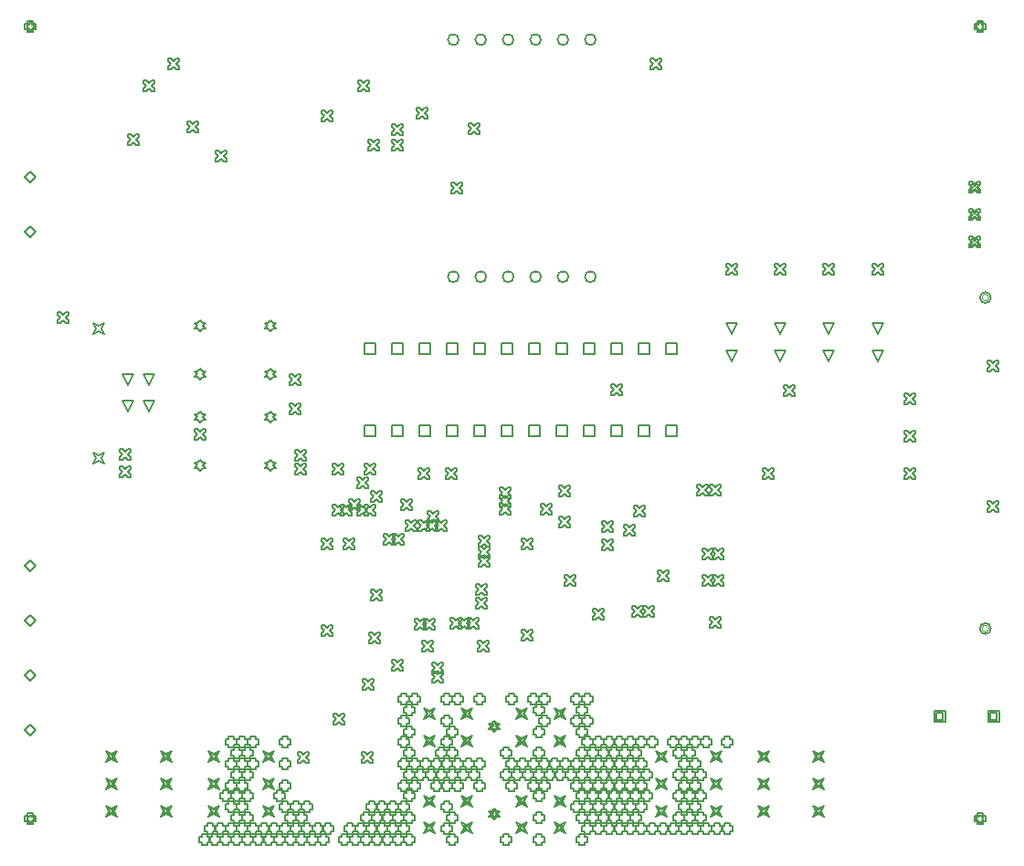
<source format=gbr>
%TF.GenerationSoftware,Altium Limited,Altium Designer,25.2.1 (25)*%
G04 Layer_Color=2752767*
%FSLAX43Y43*%
%MOMM*%
%TF.SameCoordinates,14BE83A4-B3EB-4770-8DB1-726BE69DDD70*%
%TF.FilePolarity,Positive*%
%TF.FileFunction,Drawing*%
%TF.Part,Single*%
G01*
G75*
%TA.AperFunction,NonConductor*%
%ADD76C,0.127*%
%ADD146C,0.169*%
%ADD147C,0.102*%
D76*
X69500Y49492D02*
X68992Y50508D01*
X70008D01*
X69500Y49492D01*
Y46952D02*
X68992Y47968D01*
X70008D01*
X69500Y46952D01*
X78500Y49492D02*
X77992Y50508D01*
X79008D01*
X78500Y49492D01*
Y46952D02*
X77992Y47968D01*
X79008D01*
X78500Y46952D01*
X83000Y49492D02*
X82492Y50508D01*
X83508D01*
X83000Y49492D01*
Y46952D02*
X82492Y47968D01*
X83508D01*
X83000Y46952D01*
X74000D02*
X73492Y47968D01*
X74508D01*
X74000Y46952D01*
Y49492D02*
X73492Y50508D01*
X74508D01*
X74000Y49492D01*
X16532Y9782D02*
X16786Y10290D01*
X16532Y10798D01*
X17040Y10544D01*
X17548Y10798D01*
X17294Y10290D01*
X17548Y9782D01*
X17040Y10036D01*
X16532Y9782D01*
X16735Y9985D02*
X16888Y10290D01*
X16735Y10595D01*
X17040Y10442D01*
X17345Y10595D01*
X17192Y10290D01*
X17345Y9985D01*
X17040Y10138D01*
X16735Y9985D01*
X16532Y7242D02*
X16786Y7750D01*
X16532Y8258D01*
X17040Y8004D01*
X17548Y8258D01*
X17294Y7750D01*
X17548Y7242D01*
X17040Y7496D01*
X16532Y7242D01*
X16735Y7445D02*
X16888Y7750D01*
X16735Y8055D01*
X17040Y7902D01*
X17345Y8055D01*
X17192Y7750D01*
X17345Y7445D01*
X17040Y7598D01*
X16735Y7445D01*
X16532Y4702D02*
X16786Y5210D01*
X16532Y5718D01*
X17040Y5464D01*
X17548Y5718D01*
X17294Y5210D01*
X17548Y4702D01*
X17040Y4956D01*
X16532Y4702D01*
X16735Y4905D02*
X16888Y5210D01*
X16735Y5515D01*
X17040Y5362D01*
X17345Y5515D01*
X17192Y5210D01*
X17345Y4905D01*
X17040Y5058D01*
X16735Y4905D01*
X11452Y4702D02*
X11706Y5210D01*
X11452Y5718D01*
X11960Y5464D01*
X12468Y5718D01*
X12214Y5210D01*
X12468Y4702D01*
X11960Y4956D01*
X11452Y4702D01*
X11655Y4905D02*
X11808Y5210D01*
X11655Y5515D01*
X11960Y5362D01*
X12265Y5515D01*
X12112Y5210D01*
X12265Y4905D01*
X11960Y5058D01*
X11655Y4905D01*
X11452Y7242D02*
X11706Y7750D01*
X11452Y8258D01*
X11960Y8004D01*
X12468Y8258D01*
X12214Y7750D01*
X12468Y7242D01*
X11960Y7496D01*
X11452Y7242D01*
X11655Y7445D02*
X11808Y7750D01*
X11655Y8055D01*
X11960Y7902D01*
X12265Y8055D01*
X12112Y7750D01*
X12265Y7445D01*
X11960Y7598D01*
X11655Y7445D01*
X11452Y9782D02*
X11706Y10290D01*
X11452Y10798D01*
X11960Y10544D01*
X12468Y10798D01*
X12214Y10290D01*
X12468Y9782D01*
X11960Y10036D01*
X11452Y9782D01*
X11655Y9985D02*
X11808Y10290D01*
X11655Y10595D01*
X11960Y10442D01*
X12265Y10595D01*
X12112Y10290D01*
X12265Y9985D01*
X11960Y10138D01*
X11655Y9985D01*
X26032Y9782D02*
X26286Y10290D01*
X26032Y10798D01*
X26540Y10544D01*
X27048Y10798D01*
X26794Y10290D01*
X27048Y9782D01*
X26540Y10036D01*
X26032Y9782D01*
X26235Y9985D02*
X26388Y10290D01*
X26235Y10595D01*
X26540Y10442D01*
X26845Y10595D01*
X26692Y10290D01*
X26845Y9985D01*
X26540Y10138D01*
X26235Y9985D01*
X26032Y7242D02*
X26286Y7750D01*
X26032Y8258D01*
X26540Y8004D01*
X27048Y8258D01*
X26794Y7750D01*
X27048Y7242D01*
X26540Y7496D01*
X26032Y7242D01*
X26235Y7445D02*
X26388Y7750D01*
X26235Y8055D01*
X26540Y7902D01*
X26845Y8055D01*
X26692Y7750D01*
X26845Y7445D01*
X26540Y7598D01*
X26235Y7445D01*
X26032Y4702D02*
X26286Y5210D01*
X26032Y5718D01*
X26540Y5464D01*
X27048Y5718D01*
X26794Y5210D01*
X27048Y4702D01*
X26540Y4956D01*
X26032Y4702D01*
X26235Y4905D02*
X26388Y5210D01*
X26235Y5515D01*
X26540Y5362D01*
X26845Y5515D01*
X26692Y5210D01*
X26845Y4905D01*
X26540Y5058D01*
X26235Y4905D01*
X20952Y4702D02*
X21206Y5210D01*
X20952Y5718D01*
X21460Y5464D01*
X21968Y5718D01*
X21714Y5210D01*
X21968Y4702D01*
X21460Y4956D01*
X20952Y4702D01*
X21155Y4905D02*
X21308Y5210D01*
X21155Y5515D01*
X21460Y5362D01*
X21765Y5515D01*
X21612Y5210D01*
X21765Y4905D01*
X21460Y5058D01*
X21155Y4905D01*
X20952Y7242D02*
X21206Y7750D01*
X20952Y8258D01*
X21460Y8004D01*
X21968Y8258D01*
X21714Y7750D01*
X21968Y7242D01*
X21460Y7496D01*
X20952Y7242D01*
X21155Y7445D02*
X21308Y7750D01*
X21155Y8055D01*
X21460Y7902D01*
X21765Y8055D01*
X21612Y7750D01*
X21765Y7445D01*
X21460Y7598D01*
X21155Y7445D01*
X20952Y9782D02*
X21206Y10290D01*
X20952Y10798D01*
X21460Y10544D01*
X21968Y10798D01*
X21714Y10290D01*
X21968Y9782D01*
X21460Y10036D01*
X20952Y9782D01*
X21155Y9985D02*
X21308Y10290D01*
X21155Y10595D01*
X21460Y10442D01*
X21765Y10595D01*
X21612Y10290D01*
X21765Y9985D01*
X21460Y10138D01*
X21155Y9985D01*
X67532Y9782D02*
X67786Y10290D01*
X67532Y10798D01*
X68040Y10544D01*
X68548Y10798D01*
X68294Y10290D01*
X68548Y9782D01*
X68040Y10036D01*
X67532Y9782D01*
X67735Y9985D02*
X67888Y10290D01*
X67735Y10595D01*
X68040Y10442D01*
X68345Y10595D01*
X68192Y10290D01*
X68345Y9985D01*
X68040Y10138D01*
X67735Y9985D01*
X67532Y7242D02*
X67786Y7750D01*
X67532Y8258D01*
X68040Y8004D01*
X68548Y8258D01*
X68294Y7750D01*
X68548Y7242D01*
X68040Y7496D01*
X67532Y7242D01*
X67735Y7445D02*
X67888Y7750D01*
X67735Y8055D01*
X68040Y7902D01*
X68345Y8055D01*
X68192Y7750D01*
X68345Y7445D01*
X68040Y7598D01*
X67735Y7445D01*
X67532Y4702D02*
X67786Y5210D01*
X67532Y5718D01*
X68040Y5464D01*
X68548Y5718D01*
X68294Y5210D01*
X68548Y4702D01*
X68040Y4956D01*
X67532Y4702D01*
X67735Y4905D02*
X67888Y5210D01*
X67735Y5515D01*
X68040Y5362D01*
X68345Y5515D01*
X68192Y5210D01*
X68345Y4905D01*
X68040Y5058D01*
X67735Y4905D01*
X62452Y4702D02*
X62706Y5210D01*
X62452Y5718D01*
X62960Y5464D01*
X63468Y5718D01*
X63214Y5210D01*
X63468Y4702D01*
X62960Y4956D01*
X62452Y4702D01*
X62655Y4905D02*
X62808Y5210D01*
X62655Y5515D01*
X62960Y5362D01*
X63265Y5515D01*
X63112Y5210D01*
X63265Y4905D01*
X62960Y5058D01*
X62655Y4905D01*
X62452Y7242D02*
X62706Y7750D01*
X62452Y8258D01*
X62960Y8004D01*
X63468Y8258D01*
X63214Y7750D01*
X63468Y7242D01*
X62960Y7496D01*
X62452Y7242D01*
X62655Y7445D02*
X62808Y7750D01*
X62655Y8055D01*
X62960Y7902D01*
X63265Y8055D01*
X63112Y7750D01*
X63265Y7445D01*
X62960Y7598D01*
X62655Y7445D01*
X62452Y9782D02*
X62706Y10290D01*
X62452Y10798D01*
X62960Y10544D01*
X63468Y10798D01*
X63214Y10290D01*
X63468Y9782D01*
X62960Y10036D01*
X62452Y9782D01*
X62655Y9985D02*
X62808Y10290D01*
X62655Y10595D01*
X62960Y10442D01*
X63265Y10595D01*
X63112Y10290D01*
X63265Y9985D01*
X62960Y10138D01*
X62655Y9985D01*
X93242Y13492D02*
Y14508D01*
X94258D01*
Y13492D01*
X93242D01*
X93445Y13695D02*
Y14305D01*
X94055D01*
Y13695D01*
X93445D01*
X88242Y13492D02*
Y14508D01*
X89258D01*
Y13492D01*
X88242D01*
X88445Y13695D02*
Y14305D01*
X89055D01*
Y13695D01*
X88445D01*
X40952Y11242D02*
X41206Y11750D01*
X40952Y12258D01*
X41460Y12004D01*
X41968Y12258D01*
X41714Y11750D01*
X41968Y11242D01*
X41460Y11496D01*
X40952Y11242D01*
X41155Y11445D02*
X41308Y11750D01*
X41155Y12055D01*
X41460Y11902D01*
X41765Y12055D01*
X41612Y11750D01*
X41765Y11445D01*
X41460Y11598D01*
X41155Y11445D01*
X40952Y13742D02*
X41206Y14250D01*
X40952Y14758D01*
X41460Y14504D01*
X41968Y14758D01*
X41714Y14250D01*
X41968Y13742D01*
X41460Y13996D01*
X40952Y13742D01*
X41155Y13945D02*
X41308Y14250D01*
X41155Y14555D01*
X41460Y14402D01*
X41765Y14555D01*
X41612Y14250D01*
X41765Y13945D01*
X41460Y14098D01*
X41155Y13945D01*
X44452Y11242D02*
X44706Y11750D01*
X44452Y12258D01*
X44960Y12004D01*
X45468Y12258D01*
X45214Y11750D01*
X45468Y11242D01*
X44960Y11496D01*
X44452Y11242D01*
X44655Y11445D02*
X44808Y11750D01*
X44655Y12055D01*
X44960Y11902D01*
X45265Y12055D01*
X45112Y11750D01*
X45265Y11445D01*
X44960Y11598D01*
X44655Y11445D01*
X44452Y13742D02*
X44706Y14250D01*
X44452Y14758D01*
X44960Y14504D01*
X45468Y14758D01*
X45214Y14250D01*
X45468Y13742D01*
X44960Y13996D01*
X44452Y13742D01*
X44655Y13945D02*
X44808Y14250D01*
X44655Y14555D01*
X44960Y14402D01*
X45265Y14555D01*
X45112Y14250D01*
X45265Y13945D01*
X44960Y14098D01*
X44655Y13945D01*
X49532Y11242D02*
X49786Y11750D01*
X49532Y12258D01*
X50040Y12004D01*
X50548Y12258D01*
X50294Y11750D01*
X50548Y11242D01*
X50040Y11496D01*
X49532Y11242D01*
X49735Y11445D02*
X49888Y11750D01*
X49735Y12055D01*
X50040Y11902D01*
X50345Y12055D01*
X50192Y11750D01*
X50345Y11445D01*
X50040Y11598D01*
X49735Y11445D01*
X49532Y13742D02*
X49786Y14250D01*
X49532Y14758D01*
X50040Y14504D01*
X50548Y14758D01*
X50294Y14250D01*
X50548Y13742D01*
X50040Y13996D01*
X49532Y13742D01*
X49735Y13945D02*
X49888Y14250D01*
X49735Y14555D01*
X50040Y14402D01*
X50345Y14555D01*
X50192Y14250D01*
X50345Y13945D01*
X50040Y14098D01*
X49735Y13945D01*
X53032Y11242D02*
X53286Y11750D01*
X53032Y12258D01*
X53540Y12004D01*
X54048Y12258D01*
X53794Y11750D01*
X54048Y11242D01*
X53540Y11496D01*
X53032Y11242D01*
X53235Y11445D02*
X53388Y11750D01*
X53235Y12055D01*
X53540Y11902D01*
X53845Y12055D01*
X53692Y11750D01*
X53845Y11445D01*
X53540Y11598D01*
X53235Y11445D01*
X53032Y13742D02*
X53286Y14250D01*
X53032Y14758D01*
X53540Y14504D01*
X54048Y14758D01*
X53794Y14250D01*
X54048Y13742D01*
X53540Y13996D01*
X53032Y13742D01*
X53235Y13945D02*
X53388Y14250D01*
X53235Y14555D01*
X53540Y14402D01*
X53845Y14555D01*
X53692Y14250D01*
X53845Y13945D01*
X53540Y14098D01*
X53235Y13945D01*
X47500Y12537D02*
X47754Y12791D01*
X48008D01*
X47754Y13045D01*
X48008Y13299D01*
X47754D01*
X47500Y13553D01*
X47246Y13299D01*
X46992D01*
X47246Y13045D01*
X46992Y12791D01*
X47246D01*
X47500Y12537D01*
Y12740D02*
X47652Y12893D01*
X47805D01*
X47652Y13045D01*
X47805Y13197D01*
X47652D01*
X47500Y13350D01*
X47348Y13197D01*
X47195D01*
X47348Y13045D01*
X47195Y12893D01*
X47348D01*
X47500Y12740D01*
X77032Y9782D02*
X77286Y10290D01*
X77032Y10798D01*
X77540Y10544D01*
X78048Y10798D01*
X77794Y10290D01*
X78048Y9782D01*
X77540Y10036D01*
X77032Y9782D01*
X77235Y9985D02*
X77388Y10290D01*
X77235Y10595D01*
X77540Y10442D01*
X77845Y10595D01*
X77692Y10290D01*
X77845Y9985D01*
X77540Y10138D01*
X77235Y9985D01*
X77032Y7242D02*
X77286Y7750D01*
X77032Y8258D01*
X77540Y8004D01*
X78048Y8258D01*
X77794Y7750D01*
X78048Y7242D01*
X77540Y7496D01*
X77032Y7242D01*
X77235Y7445D02*
X77388Y7750D01*
X77235Y8055D01*
X77540Y7902D01*
X77845Y8055D01*
X77692Y7750D01*
X77845Y7445D01*
X77540Y7598D01*
X77235Y7445D01*
X77032Y4702D02*
X77286Y5210D01*
X77032Y5718D01*
X77540Y5464D01*
X78048Y5718D01*
X77794Y5210D01*
X78048Y4702D01*
X77540Y4956D01*
X77032Y4702D01*
X77235Y4905D02*
X77388Y5210D01*
X77235Y5515D01*
X77540Y5362D01*
X77845Y5515D01*
X77692Y5210D01*
X77845Y4905D01*
X77540Y5058D01*
X77235Y4905D01*
X71952Y4702D02*
X72206Y5210D01*
X71952Y5718D01*
X72460Y5464D01*
X72968Y5718D01*
X72714Y5210D01*
X72968Y4702D01*
X72460Y4956D01*
X71952Y4702D01*
X72155Y4905D02*
X72308Y5210D01*
X72155Y5515D01*
X72460Y5362D01*
X72765Y5515D01*
X72612Y5210D01*
X72765Y4905D01*
X72460Y5058D01*
X72155Y4905D01*
X71952Y7242D02*
X72206Y7750D01*
X71952Y8258D01*
X72460Y8004D01*
X72968Y8258D01*
X72714Y7750D01*
X72968Y7242D01*
X72460Y7496D01*
X71952Y7242D01*
X72155Y7445D02*
X72308Y7750D01*
X72155Y8055D01*
X72460Y7902D01*
X72765Y8055D01*
X72612Y7750D01*
X72765Y7445D01*
X72460Y7598D01*
X72155Y7445D01*
X71952Y9782D02*
X72206Y10290D01*
X71952Y10798D01*
X72460Y10544D01*
X72968Y10798D01*
X72714Y10290D01*
X72968Y9782D01*
X72460Y10036D01*
X71952Y9782D01*
X72155Y9985D02*
X72308Y10290D01*
X72155Y10595D01*
X72460Y10442D01*
X72765Y10595D01*
X72612Y10290D01*
X72765Y9985D01*
X72460Y10138D01*
X72155Y9985D01*
X91492Y62572D02*
X91746D01*
X92000Y62826D01*
X92254Y62572D01*
X92508D01*
Y62826D01*
X92254Y63080D01*
X92508Y63334D01*
Y63588D01*
X92254D01*
X92000Y63334D01*
X91746Y63588D01*
X91492D01*
Y63334D01*
X91746Y63080D01*
X91492Y62826D01*
Y62572D01*
X91695Y62775D02*
X91848D01*
X92000Y62928D01*
X92152Y62775D01*
X92305D01*
Y62928D01*
X92152Y63080D01*
X92305Y63232D01*
Y63385D01*
X92152D01*
X92000Y63232D01*
X91848Y63385D01*
X91695D01*
Y63232D01*
X91848Y63080D01*
X91695Y62928D01*
Y62775D01*
X91492Y60032D02*
X91746D01*
X92000Y60286D01*
X92254Y60032D01*
X92508D01*
Y60286D01*
X92254Y60540D01*
X92508Y60794D01*
Y61048D01*
X92254D01*
X92000Y60794D01*
X91746Y61048D01*
X91492D01*
Y60794D01*
X91746Y60540D01*
X91492Y60286D01*
Y60032D01*
X91695Y60235D02*
X91848D01*
X92000Y60388D01*
X92152Y60235D01*
X92305D01*
Y60388D01*
X92152Y60540D01*
X92305Y60692D01*
Y60845D01*
X92152D01*
X92000Y60692D01*
X91848Y60845D01*
X91695D01*
Y60692D01*
X91848Y60540D01*
X91695Y60388D01*
Y60235D01*
X91492Y57492D02*
X91746D01*
X92000Y57746D01*
X92254Y57492D01*
X92508D01*
Y57746D01*
X92254Y58000D01*
X92508Y58254D01*
Y58508D01*
X92254D01*
X92000Y58254D01*
X91746Y58508D01*
X91492D01*
Y58254D01*
X91746Y58000D01*
X91492Y57746D01*
Y57492D01*
X91695Y57695D02*
X91848D01*
X92000Y57848D01*
X92152Y57695D01*
X92305D01*
Y57848D01*
X92152Y58000D01*
X92305Y58152D01*
Y58305D01*
X92152D01*
X92000Y58152D01*
X91848Y58305D01*
X91695D01*
Y58152D01*
X91848Y58000D01*
X91695Y57848D01*
Y57695D01*
X3992Y28000D02*
X4500Y28508D01*
X5008Y28000D01*
X4500Y27492D01*
X3992Y28000D01*
Y22920D02*
X4500Y23428D01*
X5008Y22920D01*
X4500Y22412D01*
X3992Y22920D01*
X43112Y39992D02*
Y41008D01*
X44128D01*
Y39992D01*
X43112D01*
X55812D02*
Y41008D01*
X56828D01*
Y39992D01*
X55812D01*
X26750Y45242D02*
X27004Y45496D01*
X27258D01*
X27004Y45750D01*
X27258Y46004D01*
X27004D01*
X26750Y46258D01*
X26496Y46004D01*
X26242D01*
X26496Y45750D01*
X26242Y45496D01*
X26496D01*
X26750Y45242D01*
X3992Y58920D02*
X4500Y59428D01*
X5008Y58920D01*
X4500Y58412D01*
X3992Y58920D01*
X20250Y45242D02*
X20504Y45496D01*
X20758D01*
X20504Y45750D01*
X20758Y46004D01*
X20504D01*
X20250Y46258D01*
X19996Y46004D01*
X19742D01*
X19996Y45750D01*
X19742Y45496D01*
X19996D01*
X20250Y45242D01*
X3992Y12760D02*
X4500Y13268D01*
X5008Y12760D01*
X4500Y12252D01*
X3992Y12760D01*
Y17840D02*
X4500Y18348D01*
X5008Y17840D01*
X4500Y17332D01*
X3992Y17840D01*
X15500Y42242D02*
X14992Y43258D01*
X16008D01*
X15500Y42242D01*
X48192Y47612D02*
Y48628D01*
X49208D01*
Y47612D01*
X48192D01*
X3992Y64000D02*
X4500Y64508D01*
X5008Y64000D01*
X4500Y63492D01*
X3992Y64000D01*
X10292Y37472D02*
X10546Y37980D01*
X10292Y38488D01*
X10800Y38234D01*
X11308Y38488D01*
X11054Y37980D01*
X11308Y37472D01*
X10800Y37726D01*
X10292Y37472D01*
Y49512D02*
X10546Y50020D01*
X10292Y50528D01*
X10800Y50274D01*
X11308Y50528D01*
X11054Y50020D01*
X11308Y49512D01*
X10800Y49766D01*
X10292Y49512D01*
X13500Y42242D02*
X12992Y43258D01*
X14008D01*
X13500Y42242D01*
Y44742D02*
X12992Y45758D01*
X14008D01*
X13500Y44742D01*
X15500D02*
X14992Y45758D01*
X16008D01*
X15500Y44742D01*
X40952Y3152D02*
X41206Y3660D01*
X40952Y4168D01*
X41460Y3914D01*
X41968Y4168D01*
X41714Y3660D01*
X41968Y3152D01*
X41460Y3406D01*
X40952Y3152D01*
X41155Y3355D02*
X41308Y3660D01*
X41155Y3965D01*
X41460Y3812D01*
X41765Y3965D01*
X41612Y3660D01*
X41765Y3355D01*
X41460Y3508D01*
X41155Y3355D01*
X40952Y5652D02*
X41206Y6160D01*
X40952Y6668D01*
X41460Y6414D01*
X41968Y6668D01*
X41714Y6160D01*
X41968Y5652D01*
X41460Y5906D01*
X40952Y5652D01*
X41155Y5855D02*
X41308Y6160D01*
X41155Y6465D01*
X41460Y6312D01*
X41765Y6465D01*
X41612Y6160D01*
X41765Y5855D01*
X41460Y6008D01*
X41155Y5855D01*
X44452Y3152D02*
X44706Y3660D01*
X44452Y4168D01*
X44960Y3914D01*
X45468Y4168D01*
X45214Y3660D01*
X45468Y3152D01*
X44960Y3406D01*
X44452Y3152D01*
X44655Y3355D02*
X44808Y3660D01*
X44655Y3965D01*
X44960Y3812D01*
X45265Y3965D01*
X45112Y3660D01*
X45265Y3355D01*
X44960Y3508D01*
X44655Y3355D01*
X44452Y5652D02*
X44706Y6160D01*
X44452Y6668D01*
X44960Y6414D01*
X45468Y6668D01*
X45214Y6160D01*
X45468Y5652D01*
X44960Y5906D01*
X44452Y5652D01*
X44655Y5855D02*
X44808Y6160D01*
X44655Y6465D01*
X44960Y6312D01*
X45265Y6465D01*
X45112Y6160D01*
X45265Y5855D01*
X44960Y6008D01*
X44655Y5855D01*
X49532Y3152D02*
X49786Y3660D01*
X49532Y4168D01*
X50040Y3914D01*
X50548Y4168D01*
X50294Y3660D01*
X50548Y3152D01*
X50040Y3406D01*
X49532Y3152D01*
X49735Y3355D02*
X49888Y3660D01*
X49735Y3965D01*
X50040Y3812D01*
X50345Y3965D01*
X50192Y3660D01*
X50345Y3355D01*
X50040Y3508D01*
X49735Y3355D01*
X49532Y5652D02*
X49786Y6160D01*
X49532Y6668D01*
X50040Y6414D01*
X50548Y6668D01*
X50294Y6160D01*
X50548Y5652D01*
X50040Y5906D01*
X49532Y5652D01*
X49735Y5855D02*
X49888Y6160D01*
X49735Y6465D01*
X50040Y6312D01*
X50345Y6465D01*
X50192Y6160D01*
X50345Y5855D01*
X50040Y6008D01*
X49735Y5855D01*
X53032Y3152D02*
X53286Y3660D01*
X53032Y4168D01*
X53540Y3914D01*
X54048Y4168D01*
X53794Y3660D01*
X54048Y3152D01*
X53540Y3406D01*
X53032Y3152D01*
X53235Y3355D02*
X53388Y3660D01*
X53235Y3965D01*
X53540Y3812D01*
X53845Y3965D01*
X53692Y3660D01*
X53845Y3355D01*
X53540Y3508D01*
X53235Y3355D01*
X53032Y5652D02*
X53286Y6160D01*
X53032Y6668D01*
X53540Y6414D01*
X54048Y6668D01*
X53794Y6160D01*
X54048Y5652D01*
X53540Y5906D01*
X53032Y5652D01*
X53235Y5855D02*
X53388Y6160D01*
X53235Y6465D01*
X53540Y6312D01*
X53845Y6465D01*
X53692Y6160D01*
X53845Y5855D01*
X53540Y6008D01*
X53235Y5855D01*
X47500Y4447D02*
X47754Y4701D01*
X48008D01*
X47754Y4955D01*
X48008Y5209D01*
X47754D01*
X47500Y5463D01*
X47246Y5209D01*
X46992D01*
X47246Y4955D01*
X46992Y4701D01*
X47246D01*
X47500Y4447D01*
Y4650D02*
X47652Y4803D01*
X47805D01*
X47652Y4955D01*
X47805Y5107D01*
X47652D01*
X47500Y5260D01*
X47348Y5107D01*
X47195D01*
X47348Y4955D01*
X47195Y4803D01*
X47348D01*
X47500Y4650D01*
X92246Y77746D02*
Y77492D01*
X92754D01*
Y77746D01*
X93008D01*
Y78254D01*
X92754D01*
Y78508D01*
X92246D01*
Y78254D01*
X91992D01*
Y77746D01*
X92246D01*
X92348Y77848D02*
Y77695D01*
X92652D01*
Y77848D01*
X92805D01*
Y78152D01*
X92652D01*
Y78305D01*
X92348D01*
Y78152D01*
X92195D01*
Y77848D01*
X92348D01*
X55812Y47612D02*
Y48628D01*
X56828D01*
Y47612D01*
X55812D01*
X58352D02*
Y48628D01*
X59368D01*
Y47612D01*
X58352D01*
X60892D02*
Y48628D01*
X61908D01*
Y47612D01*
X60892D01*
X63432D02*
Y48628D01*
X64448D01*
Y47612D01*
X63432D01*
X53272D02*
Y48628D01*
X54288D01*
Y47612D01*
X53272D01*
X50732D02*
Y48628D01*
X51748D01*
Y47612D01*
X50732D01*
X45652D02*
Y48628D01*
X46668D01*
Y47612D01*
X45652D01*
X43112D02*
Y48628D01*
X44128D01*
Y47612D01*
X43112D01*
X40572D02*
Y48628D01*
X41588D01*
Y47612D01*
X40572D01*
X38032D02*
Y48628D01*
X39048D01*
Y47612D01*
X38032D01*
X35492D02*
Y48628D01*
X36508D01*
Y47612D01*
X35492D01*
X58352Y39992D02*
Y41008D01*
X59368D01*
Y39992D01*
X58352D01*
X60892D02*
Y41008D01*
X61908D01*
Y39992D01*
X60892D01*
X63432D02*
Y41008D01*
X64448D01*
Y39992D01*
X63432D01*
X53272D02*
Y41008D01*
X54288D01*
Y39992D01*
X53272D01*
X50732D02*
Y41008D01*
X51748D01*
Y39992D01*
X50732D01*
X48192D02*
Y41008D01*
X49208D01*
Y39992D01*
X48192D01*
X45652D02*
Y41008D01*
X46668D01*
Y39992D01*
X45652D01*
X40572D02*
Y41008D01*
X41588D01*
Y39992D01*
X40572D01*
X38032D02*
Y41008D01*
X39048D01*
Y39992D01*
X38032D01*
X35492D02*
Y41008D01*
X36508D01*
Y39992D01*
X35492D01*
X4246Y77746D02*
Y77492D01*
X4754D01*
Y77746D01*
X5008D01*
Y78254D01*
X4754D01*
Y78508D01*
X4246D01*
Y78254D01*
X3992D01*
Y77746D01*
X4246D01*
X4348Y77848D02*
Y77695D01*
X4652D01*
Y77848D01*
X4805D01*
Y78152D01*
X4652D01*
Y78305D01*
X4348D01*
Y78152D01*
X4195D01*
Y77848D01*
X4348D01*
X4246Y4246D02*
Y3992D01*
X4754D01*
Y4246D01*
X5008D01*
Y4754D01*
X4754D01*
Y5008D01*
X4246D01*
Y4754D01*
X3992D01*
Y4246D01*
X4246D01*
X4348Y4348D02*
Y4195D01*
X4652D01*
Y4348D01*
X4805D01*
Y4652D01*
X4652D01*
Y4805D01*
X4348D01*
Y4652D01*
X4195D01*
Y4348D01*
X4348D01*
X92246Y4246D02*
Y3992D01*
X92754D01*
Y4246D01*
X93008D01*
Y4754D01*
X92754D01*
Y5008D01*
X92246D01*
Y4754D01*
X91992D01*
Y4246D01*
X92246D01*
X92348Y4348D02*
Y4195D01*
X92652D01*
Y4348D01*
X92805D01*
Y4652D01*
X92652D01*
Y4805D01*
X92348D01*
Y4652D01*
X92195D01*
Y4348D01*
X92348D01*
X20250Y49742D02*
X20504Y49996D01*
X20758D01*
X20504Y50250D01*
X20758Y50504D01*
X20504D01*
X20250Y50758D01*
X19996Y50504D01*
X19742D01*
X19996Y50250D01*
X19742Y49996D01*
X19996D01*
X20250Y49742D01*
X26750D02*
X27004Y49996D01*
X27258D01*
X27004Y50250D01*
X27258Y50504D01*
X27004D01*
X26750Y50758D01*
X26496Y50504D01*
X26242D01*
X26496Y50250D01*
X26242Y49996D01*
X26496D01*
X26750Y49742D01*
X20250Y41242D02*
X20504Y41496D01*
X20758D01*
X20504Y41750D01*
X20758Y42004D01*
X20504D01*
X20250Y42258D01*
X19996Y42004D01*
X19742D01*
X19996Y41750D01*
X19742Y41496D01*
X19996D01*
X20250Y41242D01*
X26750D02*
X27004Y41496D01*
X27258D01*
X27004Y41750D01*
X27258Y42004D01*
X27004D01*
X26750Y42258D01*
X26496Y42004D01*
X26242D01*
X26496Y41750D01*
X26242Y41496D01*
X26496D01*
X26750Y41242D01*
X20250Y36742D02*
X20504Y36996D01*
X20758D01*
X20504Y37250D01*
X20758Y37504D01*
X20504D01*
X20250Y37758D01*
X19996Y37504D01*
X19742D01*
X19996Y37250D01*
X19742Y36996D01*
X19996D01*
X20250Y36742D01*
X26750D02*
X27004Y36996D01*
X27258D01*
X27004Y37250D01*
X27258Y37504D01*
X27004D01*
X26750Y37758D01*
X26496Y37504D01*
X26242D01*
X26496Y37250D01*
X26242Y36996D01*
X26496D01*
X26750Y36742D01*
X31846Y3346D02*
Y3092D01*
X32354D01*
Y3346D01*
X32608D01*
Y3854D01*
X32354D01*
Y4108D01*
X31846D01*
Y3854D01*
X31592D01*
Y3346D01*
X31846D01*
X31346Y2346D02*
Y2092D01*
X31854D01*
Y2346D01*
X32108D01*
Y2854D01*
X31854D01*
Y3108D01*
X31346D01*
Y2854D01*
X31092D01*
Y2346D01*
X31346D01*
X30846Y3346D02*
Y3092D01*
X31354D01*
Y3346D01*
X31608D01*
Y3854D01*
X31354D01*
Y4108D01*
X30846D01*
Y3854D01*
X30592D01*
Y3346D01*
X30846D01*
X30346Y2346D02*
Y2092D01*
X30854D01*
Y2346D01*
X31108D01*
Y2854D01*
X30854D01*
Y3108D01*
X30346D01*
Y2854D01*
X30092D01*
Y2346D01*
X30346D01*
X29846Y5346D02*
Y5092D01*
X30354D01*
Y5346D01*
X30608D01*
Y5854D01*
X30354D01*
Y6108D01*
X29846D01*
Y5854D01*
X29592D01*
Y5346D01*
X29846D01*
X29346Y4346D02*
Y4092D01*
X29854D01*
Y4346D01*
X30108D01*
Y4854D01*
X29854D01*
Y5108D01*
X29346D01*
Y4854D01*
X29092D01*
Y4346D01*
X29346D01*
X29846Y3346D02*
Y3092D01*
X30354D01*
Y3346D01*
X30608D01*
Y3854D01*
X30354D01*
Y4108D01*
X29846D01*
Y3854D01*
X29592D01*
Y3346D01*
X29846D01*
X29346Y2346D02*
Y2092D01*
X29854D01*
Y2346D01*
X30108D01*
Y2854D01*
X29854D01*
Y3108D01*
X29346D01*
Y2854D01*
X29092D01*
Y2346D01*
X29346D01*
X28846Y5346D02*
Y5092D01*
X29354D01*
Y5346D01*
X29608D01*
Y5854D01*
X29354D01*
Y6108D01*
X28846D01*
Y5854D01*
X28592D01*
Y5346D01*
X28846D01*
X28346Y4346D02*
Y4092D01*
X28854D01*
Y4346D01*
X29108D01*
Y4854D01*
X28854D01*
Y5108D01*
X28346D01*
Y4854D01*
X28092D01*
Y4346D01*
X28346D01*
X28846Y3346D02*
Y3092D01*
X29354D01*
Y3346D01*
X29608D01*
Y3854D01*
X29354D01*
Y4108D01*
X28846D01*
Y3854D01*
X28592D01*
Y3346D01*
X28846D01*
X28346Y2346D02*
Y2092D01*
X28854D01*
Y2346D01*
X29108D01*
Y2854D01*
X28854D01*
Y3108D01*
X28346D01*
Y2854D01*
X28092D01*
Y2346D01*
X28346D01*
X27846Y11346D02*
Y11092D01*
X28354D01*
Y11346D01*
X28608D01*
Y11854D01*
X28354D01*
Y12108D01*
X27846D01*
Y11854D01*
X27592D01*
Y11346D01*
X27846D01*
Y9346D02*
Y9092D01*
X28354D01*
Y9346D01*
X28608D01*
Y9854D01*
X28354D01*
Y10108D01*
X27846D01*
Y9854D01*
X27592D01*
Y9346D01*
X27846D01*
Y7346D02*
Y7092D01*
X28354D01*
Y7346D01*
X28608D01*
Y7854D01*
X28354D01*
Y8108D01*
X27846D01*
Y7854D01*
X27592D01*
Y7346D01*
X27846D01*
X27346Y6346D02*
Y6092D01*
X27854D01*
Y6346D01*
X28108D01*
Y6854D01*
X27854D01*
Y7108D01*
X27346D01*
Y6854D01*
X27092D01*
Y6346D01*
X27346D01*
X27846Y5346D02*
Y5092D01*
X28354D01*
Y5346D01*
X28608D01*
Y5854D01*
X28354D01*
Y6108D01*
X27846D01*
Y5854D01*
X27592D01*
Y5346D01*
X27846D01*
Y3346D02*
Y3092D01*
X28354D01*
Y3346D01*
X28608D01*
Y3854D01*
X28354D01*
Y4108D01*
X27846D01*
Y3854D01*
X27592D01*
Y3346D01*
X27846D01*
X27346Y2346D02*
Y2092D01*
X27854D01*
Y2346D01*
X28108D01*
Y2854D01*
X27854D01*
Y3108D01*
X27346D01*
Y2854D01*
X27092D01*
Y2346D01*
X27346D01*
X26846Y3346D02*
Y3092D01*
X27354D01*
Y3346D01*
X27608D01*
Y3854D01*
X27354D01*
Y4108D01*
X26846D01*
Y3854D01*
X26592D01*
Y3346D01*
X26846D01*
X26346Y2346D02*
Y2092D01*
X26854D01*
Y2346D01*
X27108D01*
Y2854D01*
X26854D01*
Y3108D01*
X26346D01*
Y2854D01*
X26092D01*
Y2346D01*
X26346D01*
X25846Y3346D02*
Y3092D01*
X26354D01*
Y3346D01*
X26608D01*
Y3854D01*
X26354D01*
Y4108D01*
X25846D01*
Y3854D01*
X25592D01*
Y3346D01*
X25846D01*
X25346Y2346D02*
Y2092D01*
X25854D01*
Y2346D01*
X26108D01*
Y2854D01*
X25854D01*
Y3108D01*
X25346D01*
Y2854D01*
X25092D01*
Y2346D01*
X25346D01*
X24846Y11346D02*
Y11092D01*
X25354D01*
Y11346D01*
X25608D01*
Y11854D01*
X25354D01*
Y12108D01*
X24846D01*
Y11854D01*
X24592D01*
Y11346D01*
X24846D01*
X24346Y10346D02*
Y10092D01*
X24854D01*
Y10346D01*
X25108D01*
Y10854D01*
X24854D01*
Y11108D01*
X24346D01*
Y10854D01*
X24092D01*
Y10346D01*
X24346D01*
X24846Y9346D02*
Y9092D01*
X25354D01*
Y9346D01*
X25608D01*
Y9854D01*
X25354D01*
Y10108D01*
X24846D01*
Y9854D01*
X24592D01*
Y9346D01*
X24846D01*
X24346Y8346D02*
Y8092D01*
X24854D01*
Y8346D01*
X25108D01*
Y8854D01*
X24854D01*
Y9108D01*
X24346D01*
Y8854D01*
X24092D01*
Y8346D01*
X24346D01*
Y6346D02*
Y6092D01*
X24854D01*
Y6346D01*
X25108D01*
Y6854D01*
X24854D01*
Y7108D01*
X24346D01*
Y6854D01*
X24092D01*
Y6346D01*
X24346D01*
Y4346D02*
Y4092D01*
X24854D01*
Y4346D01*
X25108D01*
Y4854D01*
X24854D01*
Y5108D01*
X24346D01*
Y4854D01*
X24092D01*
Y4346D01*
X24346D01*
X24846Y3346D02*
Y3092D01*
X25354D01*
Y3346D01*
X25608D01*
Y3854D01*
X25354D01*
Y4108D01*
X24846D01*
Y3854D01*
X24592D01*
Y3346D01*
X24846D01*
X24346Y2346D02*
Y2092D01*
X24854D01*
Y2346D01*
X25108D01*
Y2854D01*
X24854D01*
Y3108D01*
X24346D01*
Y2854D01*
X24092D01*
Y2346D01*
X24346D01*
X23846Y11346D02*
Y11092D01*
X24354D01*
Y11346D01*
X24608D01*
Y11854D01*
X24354D01*
Y12108D01*
X23846D01*
Y11854D01*
X23592D01*
Y11346D01*
X23846D01*
X23346Y10346D02*
Y10092D01*
X23854D01*
Y10346D01*
X24108D01*
Y10854D01*
X23854D01*
Y11108D01*
X23346D01*
Y10854D01*
X23092D01*
Y10346D01*
X23346D01*
X23846Y9346D02*
Y9092D01*
X24354D01*
Y9346D01*
X24608D01*
Y9854D01*
X24354D01*
Y10108D01*
X23846D01*
Y9854D01*
X23592D01*
Y9346D01*
X23846D01*
X23346Y8346D02*
Y8092D01*
X23854D01*
Y8346D01*
X24108D01*
Y8854D01*
X23854D01*
Y9108D01*
X23346D01*
Y8854D01*
X23092D01*
Y8346D01*
X23346D01*
X23846Y7346D02*
Y7092D01*
X24354D01*
Y7346D01*
X24608D01*
Y7854D01*
X24354D01*
Y8108D01*
X23846D01*
Y7854D01*
X23592D01*
Y7346D01*
X23846D01*
X23346Y6346D02*
Y6092D01*
X23854D01*
Y6346D01*
X24108D01*
Y6854D01*
X23854D01*
Y7108D01*
X23346D01*
Y6854D01*
X23092D01*
Y6346D01*
X23346D01*
X23846Y5346D02*
Y5092D01*
X24354D01*
Y5346D01*
X24608D01*
Y5854D01*
X24354D01*
Y6108D01*
X23846D01*
Y5854D01*
X23592D01*
Y5346D01*
X23846D01*
X23346Y4346D02*
Y4092D01*
X23854D01*
Y4346D01*
X24108D01*
Y4854D01*
X23854D01*
Y5108D01*
X23346D01*
Y4854D01*
X23092D01*
Y4346D01*
X23346D01*
X23846Y3346D02*
Y3092D01*
X24354D01*
Y3346D01*
X24608D01*
Y3854D01*
X24354D01*
Y4108D01*
X23846D01*
Y3854D01*
X23592D01*
Y3346D01*
X23846D01*
X23346Y2346D02*
Y2092D01*
X23854D01*
Y2346D01*
X24108D01*
Y2854D01*
X23854D01*
Y3108D01*
X23346D01*
Y2854D01*
X23092D01*
Y2346D01*
X23346D01*
X22846Y11346D02*
Y11092D01*
X23354D01*
Y11346D01*
X23608D01*
Y11854D01*
X23354D01*
Y12108D01*
X22846D01*
Y11854D01*
X22592D01*
Y11346D01*
X22846D01*
Y9346D02*
Y9092D01*
X23354D01*
Y9346D01*
X23608D01*
Y9854D01*
X23354D01*
Y10108D01*
X22846D01*
Y9854D01*
X22592D01*
Y9346D01*
X22846D01*
Y7346D02*
Y7092D01*
X23354D01*
Y7346D01*
X23608D01*
Y7854D01*
X23354D01*
Y8108D01*
X22846D01*
Y7854D01*
X22592D01*
Y7346D01*
X22846D01*
X22346Y6346D02*
Y6092D01*
X22854D01*
Y6346D01*
X23108D01*
Y6854D01*
X22854D01*
Y7108D01*
X22346D01*
Y6854D01*
X22092D01*
Y6346D01*
X22346D01*
X22846Y5346D02*
Y5092D01*
X23354D01*
Y5346D01*
X23608D01*
Y5854D01*
X23354D01*
Y6108D01*
X22846D01*
Y5854D01*
X22592D01*
Y5346D01*
X22846D01*
Y3346D02*
Y3092D01*
X23354D01*
Y3346D01*
X23608D01*
Y3854D01*
X23354D01*
Y4108D01*
X22846D01*
Y3854D01*
X22592D01*
Y3346D01*
X22846D01*
X22346Y2346D02*
Y2092D01*
X22854D01*
Y2346D01*
X23108D01*
Y2854D01*
X22854D01*
Y3108D01*
X22346D01*
Y2854D01*
X22092D01*
Y2346D01*
X22346D01*
X21846Y3346D02*
Y3092D01*
X22354D01*
Y3346D01*
X22608D01*
Y3854D01*
X22354D01*
Y4108D01*
X21846D01*
Y3854D01*
X21592D01*
Y3346D01*
X21846D01*
X21346Y2346D02*
Y2092D01*
X21854D01*
Y2346D01*
X22108D01*
Y2854D01*
X21854D01*
Y3108D01*
X21346D01*
Y2854D01*
X21092D01*
Y2346D01*
X21346D01*
X20846Y3346D02*
Y3092D01*
X21354D01*
Y3346D01*
X21608D01*
Y3854D01*
X21354D01*
Y4108D01*
X20846D01*
Y3854D01*
X20592D01*
Y3346D01*
X20846D01*
X20346Y2346D02*
Y2092D01*
X20854D01*
Y2346D01*
X21108D01*
Y2854D01*
X20854D01*
Y3108D01*
X20346D01*
Y2854D01*
X20092D01*
Y2346D01*
X20346D01*
X45846Y15346D02*
Y15092D01*
X46354D01*
Y15346D01*
X46608D01*
Y15854D01*
X46354D01*
Y16108D01*
X45846D01*
Y15854D01*
X45592D01*
Y15346D01*
X45846D01*
Y9346D02*
Y9092D01*
X46354D01*
Y9346D01*
X46608D01*
Y9854D01*
X46354D01*
Y10108D01*
X45846D01*
Y9854D01*
X45592D01*
Y9346D01*
X45846D01*
X45346Y8346D02*
Y8092D01*
X45854D01*
Y8346D01*
X46108D01*
Y8854D01*
X45854D01*
Y9108D01*
X45346D01*
Y8854D01*
X45092D01*
Y8346D01*
X45346D01*
X45846Y7346D02*
Y7092D01*
X46354D01*
Y7346D01*
X46608D01*
Y7854D01*
X46354D01*
Y8108D01*
X45846D01*
Y7854D01*
X45592D01*
Y7346D01*
X45846D01*
X44846Y9346D02*
Y9092D01*
X45354D01*
Y9346D01*
X45608D01*
Y9854D01*
X45354D01*
Y10108D01*
X44846D01*
Y9854D01*
X44592D01*
Y9346D01*
X44846D01*
X44346Y8346D02*
Y8092D01*
X44854D01*
Y8346D01*
X45108D01*
Y8854D01*
X44854D01*
Y9108D01*
X44346D01*
Y8854D01*
X44092D01*
Y8346D01*
X44346D01*
X43846Y15346D02*
Y15092D01*
X44354D01*
Y15346D01*
X44608D01*
Y15854D01*
X44354D01*
Y16108D01*
X43846D01*
Y15854D01*
X43592D01*
Y15346D01*
X43846D01*
X43346Y12346D02*
Y12092D01*
X43854D01*
Y12346D01*
X44108D01*
Y12854D01*
X43854D01*
Y13108D01*
X43346D01*
Y12854D01*
X43092D01*
Y12346D01*
X43346D01*
Y10346D02*
Y10092D01*
X43854D01*
Y10346D01*
X44108D01*
Y10854D01*
X43854D01*
Y11108D01*
X43346D01*
Y10854D01*
X43092D01*
Y10346D01*
X43346D01*
X43846Y9346D02*
Y9092D01*
X44354D01*
Y9346D01*
X44608D01*
Y9854D01*
X44354D01*
Y10108D01*
X43846D01*
Y9854D01*
X43592D01*
Y9346D01*
X43846D01*
X43346Y8346D02*
Y8092D01*
X43854D01*
Y8346D01*
X44108D01*
Y8854D01*
X43854D01*
Y9108D01*
X43346D01*
Y8854D01*
X43092D01*
Y8346D01*
X43346D01*
X43846Y7346D02*
Y7092D01*
X44354D01*
Y7346D01*
X44608D01*
Y7854D01*
X44354D01*
Y8108D01*
X43846D01*
Y7854D01*
X43592D01*
Y7346D01*
X43846D01*
X43346Y4346D02*
Y4092D01*
X43854D01*
Y4346D01*
X44108D01*
Y4854D01*
X43854D01*
Y5108D01*
X43346D01*
Y4854D01*
X43092D01*
Y4346D01*
X43346D01*
Y2346D02*
Y2092D01*
X43854D01*
Y2346D01*
X44108D01*
Y2854D01*
X43854D01*
Y3108D01*
X43346D01*
Y2854D01*
X43092D01*
Y2346D01*
X43346D01*
X42846Y15346D02*
Y15092D01*
X43354D01*
Y15346D01*
X43608D01*
Y15854D01*
X43354D01*
Y16108D01*
X42846D01*
Y15854D01*
X42592D01*
Y15346D01*
X42846D01*
Y13346D02*
Y13092D01*
X43354D01*
Y13346D01*
X43608D01*
Y13854D01*
X43354D01*
Y14108D01*
X42846D01*
Y13854D01*
X42592D01*
Y13346D01*
X42846D01*
Y11346D02*
Y11092D01*
X43354D01*
Y11346D01*
X43608D01*
Y11854D01*
X43354D01*
Y12108D01*
X42846D01*
Y11854D01*
X42592D01*
Y11346D01*
X42846D01*
X42346Y10346D02*
Y10092D01*
X42854D01*
Y10346D01*
X43108D01*
Y10854D01*
X42854D01*
Y11108D01*
X42346D01*
Y10854D01*
X42092D01*
Y10346D01*
X42346D01*
X42846Y9346D02*
Y9092D01*
X43354D01*
Y9346D01*
X43608D01*
Y9854D01*
X43354D01*
Y10108D01*
X42846D01*
Y9854D01*
X42592D01*
Y9346D01*
X42846D01*
X42346Y8346D02*
Y8092D01*
X42854D01*
Y8346D01*
X43108D01*
Y8854D01*
X42854D01*
Y9108D01*
X42346D01*
Y8854D01*
X42092D01*
Y8346D01*
X42346D01*
X42846Y7346D02*
Y7092D01*
X43354D01*
Y7346D01*
X43608D01*
Y7854D01*
X43354D01*
Y8108D01*
X42846D01*
Y7854D01*
X42592D01*
Y7346D01*
X42846D01*
Y5346D02*
Y5092D01*
X43354D01*
Y5346D01*
X43608D01*
Y5854D01*
X43354D01*
Y6108D01*
X42846D01*
Y5854D01*
X42592D01*
Y5346D01*
X42846D01*
Y3346D02*
Y3092D01*
X43354D01*
Y3346D01*
X43608D01*
Y3854D01*
X43354D01*
Y4108D01*
X42846D01*
Y3854D01*
X42592D01*
Y3346D01*
X42846D01*
X41846Y9346D02*
Y9092D01*
X42354D01*
Y9346D01*
X42608D01*
Y9854D01*
X42354D01*
Y10108D01*
X41846D01*
Y9854D01*
X41592D01*
Y9346D01*
X41846D01*
X41346Y8346D02*
Y8092D01*
X41854D01*
Y8346D01*
X42108D01*
Y8854D01*
X41854D01*
Y9108D01*
X41346D01*
Y8854D01*
X41092D01*
Y8346D01*
X41346D01*
X41846Y7346D02*
Y7092D01*
X42354D01*
Y7346D01*
X42608D01*
Y7854D01*
X42354D01*
Y8108D01*
X41846D01*
Y7854D01*
X41592D01*
Y7346D01*
X41846D01*
X40846Y9346D02*
Y9092D01*
X41354D01*
Y9346D01*
X41608D01*
Y9854D01*
X41354D01*
Y10108D01*
X40846D01*
Y9854D01*
X40592D01*
Y9346D01*
X40846D01*
X40346Y8346D02*
Y8092D01*
X40854D01*
Y8346D01*
X41108D01*
Y8854D01*
X40854D01*
Y9108D01*
X40346D01*
Y8854D01*
X40092D01*
Y8346D01*
X40346D01*
X39846Y15346D02*
Y15092D01*
X40354D01*
Y15346D01*
X40608D01*
Y15854D01*
X40354D01*
Y16108D01*
X39846D01*
Y15854D01*
X39592D01*
Y15346D01*
X39846D01*
X39346Y14346D02*
Y14092D01*
X39854D01*
Y14346D01*
X40108D01*
Y14854D01*
X39854D01*
Y15108D01*
X39346D01*
Y14854D01*
X39092D01*
Y14346D01*
X39346D01*
Y12346D02*
Y12092D01*
X39854D01*
Y12346D01*
X40108D01*
Y12854D01*
X39854D01*
Y13108D01*
X39346D01*
Y12854D01*
X39092D01*
Y12346D01*
X39346D01*
Y10346D02*
Y10092D01*
X39854D01*
Y10346D01*
X40108D01*
Y10854D01*
X39854D01*
Y11108D01*
X39346D01*
Y10854D01*
X39092D01*
Y10346D01*
X39346D01*
X39846Y9346D02*
Y9092D01*
X40354D01*
Y9346D01*
X40608D01*
Y9854D01*
X40354D01*
Y10108D01*
X39846D01*
Y9854D01*
X39592D01*
Y9346D01*
X39846D01*
X39346Y8346D02*
Y8092D01*
X39854D01*
Y8346D01*
X40108D01*
Y8854D01*
X39854D01*
Y9108D01*
X39346D01*
Y8854D01*
X39092D01*
Y8346D01*
X39346D01*
X39846Y7346D02*
Y7092D01*
X40354D01*
Y7346D01*
X40608D01*
Y7854D01*
X40354D01*
Y8108D01*
X39846D01*
Y7854D01*
X39592D01*
Y7346D01*
X39846D01*
X39346Y6346D02*
Y6092D01*
X39854D01*
Y6346D01*
X40108D01*
Y6854D01*
X39854D01*
Y7108D01*
X39346D01*
Y6854D01*
X39092D01*
Y6346D01*
X39346D01*
Y4346D02*
Y4092D01*
X39854D01*
Y4346D01*
X40108D01*
Y4854D01*
X39854D01*
Y5108D01*
X39346D01*
Y4854D01*
X39092D01*
Y4346D01*
X39346D01*
Y2346D02*
Y2092D01*
X39854D01*
Y2346D01*
X40108D01*
Y2854D01*
X39854D01*
Y3108D01*
X39346D01*
Y2854D01*
X39092D01*
Y2346D01*
X39346D01*
X38846Y15346D02*
Y15092D01*
X39354D01*
Y15346D01*
X39608D01*
Y15854D01*
X39354D01*
Y16108D01*
X38846D01*
Y15854D01*
X38592D01*
Y15346D01*
X38846D01*
Y13346D02*
Y13092D01*
X39354D01*
Y13346D01*
X39608D01*
Y13854D01*
X39354D01*
Y14108D01*
X38846D01*
Y13854D01*
X38592D01*
Y13346D01*
X38846D01*
Y11346D02*
Y11092D01*
X39354D01*
Y11346D01*
X39608D01*
Y11854D01*
X39354D01*
Y12108D01*
X38846D01*
Y11854D01*
X38592D01*
Y11346D01*
X38846D01*
Y9346D02*
Y9092D01*
X39354D01*
Y9346D01*
X39608D01*
Y9854D01*
X39354D01*
Y10108D01*
X38846D01*
Y9854D01*
X38592D01*
Y9346D01*
X38846D01*
Y7346D02*
Y7092D01*
X39354D01*
Y7346D01*
X39608D01*
Y7854D01*
X39354D01*
Y8108D01*
X38846D01*
Y7854D01*
X38592D01*
Y7346D01*
X38846D01*
Y5346D02*
Y5092D01*
X39354D01*
Y5346D01*
X39608D01*
Y5854D01*
X39354D01*
Y6108D01*
X38846D01*
Y5854D01*
X38592D01*
Y5346D01*
X38846D01*
X38346Y4346D02*
Y4092D01*
X38854D01*
Y4346D01*
X39108D01*
Y4854D01*
X38854D01*
Y5108D01*
X38346D01*
Y4854D01*
X38092D01*
Y4346D01*
X38346D01*
X38846Y3346D02*
Y3092D01*
X39354D01*
Y3346D01*
X39608D01*
Y3854D01*
X39354D01*
Y4108D01*
X38846D01*
Y3854D01*
X38592D01*
Y3346D01*
X38846D01*
X38346Y2346D02*
Y2092D01*
X38854D01*
Y2346D01*
X39108D01*
Y2854D01*
X38854D01*
Y3108D01*
X38346D01*
Y2854D01*
X38092D01*
Y2346D01*
X38346D01*
X37846Y5346D02*
Y5092D01*
X38354D01*
Y5346D01*
X38608D01*
Y5854D01*
X38354D01*
Y6108D01*
X37846D01*
Y5854D01*
X37592D01*
Y5346D01*
X37846D01*
X37346Y4346D02*
Y4092D01*
X37854D01*
Y4346D01*
X38108D01*
Y4854D01*
X37854D01*
Y5108D01*
X37346D01*
Y4854D01*
X37092D01*
Y4346D01*
X37346D01*
X37846Y3346D02*
Y3092D01*
X38354D01*
Y3346D01*
X38608D01*
Y3854D01*
X38354D01*
Y4108D01*
X37846D01*
Y3854D01*
X37592D01*
Y3346D01*
X37846D01*
X37346Y2346D02*
Y2092D01*
X37854D01*
Y2346D01*
X38108D01*
Y2854D01*
X37854D01*
Y3108D01*
X37346D01*
Y2854D01*
X37092D01*
Y2346D01*
X37346D01*
X36846Y5346D02*
Y5092D01*
X37354D01*
Y5346D01*
X37608D01*
Y5854D01*
X37354D01*
Y6108D01*
X36846D01*
Y5854D01*
X36592D01*
Y5346D01*
X36846D01*
X36346Y4346D02*
Y4092D01*
X36854D01*
Y4346D01*
X37108D01*
Y4854D01*
X36854D01*
Y5108D01*
X36346D01*
Y4854D01*
X36092D01*
Y4346D01*
X36346D01*
X36846Y3346D02*
Y3092D01*
X37354D01*
Y3346D01*
X37608D01*
Y3854D01*
X37354D01*
Y4108D01*
X36846D01*
Y3854D01*
X36592D01*
Y3346D01*
X36846D01*
X36346Y2346D02*
Y2092D01*
X36854D01*
Y2346D01*
X37108D01*
Y2854D01*
X36854D01*
Y3108D01*
X36346D01*
Y2854D01*
X36092D01*
Y2346D01*
X36346D01*
X35846Y5346D02*
Y5092D01*
X36354D01*
Y5346D01*
X36608D01*
Y5854D01*
X36354D01*
Y6108D01*
X35846D01*
Y5854D01*
X35592D01*
Y5346D01*
X35846D01*
X35346Y4346D02*
Y4092D01*
X35854D01*
Y4346D01*
X36108D01*
Y4854D01*
X35854D01*
Y5108D01*
X35346D01*
Y4854D01*
X35092D01*
Y4346D01*
X35346D01*
X35846Y3346D02*
Y3092D01*
X36354D01*
Y3346D01*
X36608D01*
Y3854D01*
X36354D01*
Y4108D01*
X35846D01*
Y3854D01*
X35592D01*
Y3346D01*
X35846D01*
X35346Y2346D02*
Y2092D01*
X35854D01*
Y2346D01*
X36108D01*
Y2854D01*
X35854D01*
Y3108D01*
X35346D01*
Y2854D01*
X35092D01*
Y2346D01*
X35346D01*
X34846Y3346D02*
Y3092D01*
X35354D01*
Y3346D01*
X35608D01*
Y3854D01*
X35354D01*
Y4108D01*
X34846D01*
Y3854D01*
X34592D01*
Y3346D01*
X34846D01*
X34346Y2346D02*
Y2092D01*
X34854D01*
Y2346D01*
X35108D01*
Y2854D01*
X34854D01*
Y3108D01*
X34346D01*
Y2854D01*
X34092D01*
Y2346D01*
X34346D01*
X33846Y3346D02*
Y3092D01*
X34354D01*
Y3346D01*
X34608D01*
Y3854D01*
X34354D01*
Y4108D01*
X33846D01*
Y3854D01*
X33592D01*
Y3346D01*
X33846D01*
X33346Y2346D02*
Y2092D01*
X33854D01*
Y2346D01*
X34108D01*
Y2854D01*
X33854D01*
Y3108D01*
X33346D01*
Y2854D01*
X33092D01*
Y2346D01*
X33346D01*
X68846Y11346D02*
Y11092D01*
X69354D01*
Y11346D01*
X69608D01*
Y11854D01*
X69354D01*
Y12108D01*
X68846D01*
Y11854D01*
X68592D01*
Y11346D01*
X68846D01*
Y3346D02*
Y3092D01*
X69354D01*
Y3346D01*
X69608D01*
Y3854D01*
X69354D01*
Y4108D01*
X68846D01*
Y3854D01*
X68592D01*
Y3346D01*
X68846D01*
X67846D02*
Y3092D01*
X68354D01*
Y3346D01*
X68608D01*
Y3854D01*
X68354D01*
Y4108D01*
X67846D01*
Y3854D01*
X67592D01*
Y3346D01*
X67846D01*
X66846Y11346D02*
Y11092D01*
X67354D01*
Y11346D01*
X67608D01*
Y11854D01*
X67354D01*
Y12108D01*
X66846D01*
Y11854D01*
X66592D01*
Y11346D01*
X66846D01*
X66346Y8346D02*
Y8092D01*
X66854D01*
Y8346D01*
X67108D01*
Y8854D01*
X66854D01*
Y9108D01*
X66346D01*
Y8854D01*
X66092D01*
Y8346D01*
X66346D01*
Y6346D02*
Y6092D01*
X66854D01*
Y6346D01*
X67108D01*
Y6854D01*
X66854D01*
Y7108D01*
X66346D01*
Y6854D01*
X66092D01*
Y6346D01*
X66346D01*
Y4346D02*
Y4092D01*
X66854D01*
Y4346D01*
X67108D01*
Y4854D01*
X66854D01*
Y5108D01*
X66346D01*
Y4854D01*
X66092D01*
Y4346D01*
X66346D01*
X66846Y3346D02*
Y3092D01*
X67354D01*
Y3346D01*
X67608D01*
Y3854D01*
X67354D01*
Y4108D01*
X66846D01*
Y3854D01*
X66592D01*
Y3346D01*
X66846D01*
X65846Y11346D02*
Y11092D01*
X66354D01*
Y11346D01*
X66608D01*
Y11854D01*
X66354D01*
Y12108D01*
X65846D01*
Y11854D01*
X65592D01*
Y11346D01*
X65846D01*
X65346Y10346D02*
Y10092D01*
X65854D01*
Y10346D01*
X66108D01*
Y10854D01*
X65854D01*
Y11108D01*
X65346D01*
Y10854D01*
X65092D01*
Y10346D01*
X65346D01*
X65846Y9346D02*
Y9092D01*
X66354D01*
Y9346D01*
X66608D01*
Y9854D01*
X66354D01*
Y10108D01*
X65846D01*
Y9854D01*
X65592D01*
Y9346D01*
X65846D01*
X65346Y8346D02*
Y8092D01*
X65854D01*
Y8346D01*
X66108D01*
Y8854D01*
X65854D01*
Y9108D01*
X65346D01*
Y8854D01*
X65092D01*
Y8346D01*
X65346D01*
X65846Y7346D02*
Y7092D01*
X66354D01*
Y7346D01*
X66608D01*
Y7854D01*
X66354D01*
Y8108D01*
X65846D01*
Y7854D01*
X65592D01*
Y7346D01*
X65846D01*
X65346Y6346D02*
Y6092D01*
X65854D01*
Y6346D01*
X66108D01*
Y6854D01*
X65854D01*
Y7108D01*
X65346D01*
Y6854D01*
X65092D01*
Y6346D01*
X65346D01*
X65846Y5346D02*
Y5092D01*
X66354D01*
Y5346D01*
X66608D01*
Y5854D01*
X66354D01*
Y6108D01*
X65846D01*
Y5854D01*
X65592D01*
Y5346D01*
X65846D01*
X65346Y4346D02*
Y4092D01*
X65854D01*
Y4346D01*
X66108D01*
Y4854D01*
X65854D01*
Y5108D01*
X65346D01*
Y4854D01*
X65092D01*
Y4346D01*
X65346D01*
X65846Y3346D02*
Y3092D01*
X66354D01*
Y3346D01*
X66608D01*
Y3854D01*
X66354D01*
Y4108D01*
X65846D01*
Y3854D01*
X65592D01*
Y3346D01*
X65846D01*
X64846Y11346D02*
Y11092D01*
X65354D01*
Y11346D01*
X65608D01*
Y11854D01*
X65354D01*
Y12108D01*
X64846D01*
Y11854D01*
X64592D01*
Y11346D01*
X64846D01*
X64346Y10346D02*
Y10092D01*
X64854D01*
Y10346D01*
X65108D01*
Y10854D01*
X64854D01*
Y11108D01*
X64346D01*
Y10854D01*
X64092D01*
Y10346D01*
X64346D01*
X64846Y9346D02*
Y9092D01*
X65354D01*
Y9346D01*
X65608D01*
Y9854D01*
X65354D01*
Y10108D01*
X64846D01*
Y9854D01*
X64592D01*
Y9346D01*
X64846D01*
X64346Y8346D02*
Y8092D01*
X64854D01*
Y8346D01*
X65108D01*
Y8854D01*
X64854D01*
Y9108D01*
X64346D01*
Y8854D01*
X64092D01*
Y8346D01*
X64346D01*
X64846Y7346D02*
Y7092D01*
X65354D01*
Y7346D01*
X65608D01*
Y7854D01*
X65354D01*
Y8108D01*
X64846D01*
Y7854D01*
X64592D01*
Y7346D01*
X64846D01*
X64346Y6346D02*
Y6092D01*
X64854D01*
Y6346D01*
X65108D01*
Y6854D01*
X64854D01*
Y7108D01*
X64346D01*
Y6854D01*
X64092D01*
Y6346D01*
X64346D01*
X64846Y5346D02*
Y5092D01*
X65354D01*
Y5346D01*
X65608D01*
Y5854D01*
X65354D01*
Y6108D01*
X64846D01*
Y5854D01*
X64592D01*
Y5346D01*
X64846D01*
X64346Y4346D02*
Y4092D01*
X64854D01*
Y4346D01*
X65108D01*
Y4854D01*
X64854D01*
Y5108D01*
X64346D01*
Y4854D01*
X64092D01*
Y4346D01*
X64346D01*
X64846Y3346D02*
Y3092D01*
X65354D01*
Y3346D01*
X65608D01*
Y3854D01*
X65354D01*
Y4108D01*
X64846D01*
Y3854D01*
X64592D01*
Y3346D01*
X64846D01*
X63846Y11346D02*
Y11092D01*
X64354D01*
Y11346D01*
X64608D01*
Y11854D01*
X64354D01*
Y12108D01*
X63846D01*
Y11854D01*
X63592D01*
Y11346D01*
X63846D01*
Y3346D02*
Y3092D01*
X64354D01*
Y3346D01*
X64608D01*
Y3854D01*
X64354D01*
Y4108D01*
X63846D01*
Y3854D01*
X63592D01*
Y3346D01*
X63846D01*
X62846D02*
Y3092D01*
X63354D01*
Y3346D01*
X63608D01*
Y3854D01*
X63354D01*
Y4108D01*
X62846D01*
Y3854D01*
X62592D01*
Y3346D01*
X62846D01*
X61846Y11346D02*
Y11092D01*
X62354D01*
Y11346D01*
X62608D01*
Y11854D01*
X62354D01*
Y12108D01*
X61846D01*
Y11854D01*
X61592D01*
Y11346D01*
X61846D01*
X61346Y8346D02*
Y8092D01*
X61854D01*
Y8346D01*
X62108D01*
Y8854D01*
X61854D01*
Y9108D01*
X61346D01*
Y8854D01*
X61092D01*
Y8346D01*
X61346D01*
Y6346D02*
Y6092D01*
X61854D01*
Y6346D01*
X62108D01*
Y6854D01*
X61854D01*
Y7108D01*
X61346D01*
Y6854D01*
X61092D01*
Y6346D01*
X61346D01*
X61846Y3346D02*
Y3092D01*
X62354D01*
Y3346D01*
X62608D01*
Y3854D01*
X62354D01*
Y4108D01*
X61846D01*
Y3854D01*
X61592D01*
Y3346D01*
X61846D01*
X60846Y11346D02*
Y11092D01*
X61354D01*
Y11346D01*
X61608D01*
Y11854D01*
X61354D01*
Y12108D01*
X60846D01*
Y11854D01*
X60592D01*
Y11346D01*
X60846D01*
X60346Y10346D02*
Y10092D01*
X60854D01*
Y10346D01*
X61108D01*
Y10854D01*
X60854D01*
Y11108D01*
X60346D01*
Y10854D01*
X60092D01*
Y10346D01*
X60346D01*
X60846Y9346D02*
Y9092D01*
X61354D01*
Y9346D01*
X61608D01*
Y9854D01*
X61354D01*
Y10108D01*
X60846D01*
Y9854D01*
X60592D01*
Y9346D01*
X60846D01*
X60346Y8346D02*
Y8092D01*
X60854D01*
Y8346D01*
X61108D01*
Y8854D01*
X60854D01*
Y9108D01*
X60346D01*
Y8854D01*
X60092D01*
Y8346D01*
X60346D01*
X60846Y7346D02*
Y7092D01*
X61354D01*
Y7346D01*
X61608D01*
Y7854D01*
X61354D01*
Y8108D01*
X60846D01*
Y7854D01*
X60592D01*
Y7346D01*
X60846D01*
X60346Y6346D02*
Y6092D01*
X60854D01*
Y6346D01*
X61108D01*
Y6854D01*
X60854D01*
Y7108D01*
X60346D01*
Y6854D01*
X60092D01*
Y6346D01*
X60346D01*
X60846Y5346D02*
Y5092D01*
X61354D01*
Y5346D01*
X61608D01*
Y5854D01*
X61354D01*
Y6108D01*
X60846D01*
Y5854D01*
X60592D01*
Y5346D01*
X60846D01*
X60346Y4346D02*
Y4092D01*
X60854D01*
Y4346D01*
X61108D01*
Y4854D01*
X60854D01*
Y5108D01*
X60346D01*
Y4854D01*
X60092D01*
Y4346D01*
X60346D01*
X60846Y3346D02*
Y3092D01*
X61354D01*
Y3346D01*
X61608D01*
Y3854D01*
X61354D01*
Y4108D01*
X60846D01*
Y3854D01*
X60592D01*
Y3346D01*
X60846D01*
X59846Y11346D02*
Y11092D01*
X60354D01*
Y11346D01*
X60608D01*
Y11854D01*
X60354D01*
Y12108D01*
X59846D01*
Y11854D01*
X59592D01*
Y11346D01*
X59846D01*
X59346Y10346D02*
Y10092D01*
X59854D01*
Y10346D01*
X60108D01*
Y10854D01*
X59854D01*
Y11108D01*
X59346D01*
Y10854D01*
X59092D01*
Y10346D01*
X59346D01*
X59846Y9346D02*
Y9092D01*
X60354D01*
Y9346D01*
X60608D01*
Y9854D01*
X60354D01*
Y10108D01*
X59846D01*
Y9854D01*
X59592D01*
Y9346D01*
X59846D01*
X59346Y8346D02*
Y8092D01*
X59854D01*
Y8346D01*
X60108D01*
Y8854D01*
X59854D01*
Y9108D01*
X59346D01*
Y8854D01*
X59092D01*
Y8346D01*
X59346D01*
X59846Y7346D02*
Y7092D01*
X60354D01*
Y7346D01*
X60608D01*
Y7854D01*
X60354D01*
Y8108D01*
X59846D01*
Y7854D01*
X59592D01*
Y7346D01*
X59846D01*
X59346Y6346D02*
Y6092D01*
X59854D01*
Y6346D01*
X60108D01*
Y6854D01*
X59854D01*
Y7108D01*
X59346D01*
Y6854D01*
X59092D01*
Y6346D01*
X59346D01*
X59846Y5346D02*
Y5092D01*
X60354D01*
Y5346D01*
X60608D01*
Y5854D01*
X60354D01*
Y6108D01*
X59846D01*
Y5854D01*
X59592D01*
Y5346D01*
X59846D01*
X59346Y4346D02*
Y4092D01*
X59854D01*
Y4346D01*
X60108D01*
Y4854D01*
X59854D01*
Y5108D01*
X59346D01*
Y4854D01*
X59092D01*
Y4346D01*
X59346D01*
X59846Y3346D02*
Y3092D01*
X60354D01*
Y3346D01*
X60608D01*
Y3854D01*
X60354D01*
Y4108D01*
X59846D01*
Y3854D01*
X59592D01*
Y3346D01*
X59846D01*
X58846Y11346D02*
Y11092D01*
X59354D01*
Y11346D01*
X59608D01*
Y11854D01*
X59354D01*
Y12108D01*
X58846D01*
Y11854D01*
X58592D01*
Y11346D01*
X58846D01*
X58346Y10346D02*
Y10092D01*
X58854D01*
Y10346D01*
X59108D01*
Y10854D01*
X58854D01*
Y11108D01*
X58346D01*
Y10854D01*
X58092D01*
Y10346D01*
X58346D01*
X58846Y9346D02*
Y9092D01*
X59354D01*
Y9346D01*
X59608D01*
Y9854D01*
X59354D01*
Y10108D01*
X58846D01*
Y9854D01*
X58592D01*
Y9346D01*
X58846D01*
X58346Y8346D02*
Y8092D01*
X58854D01*
Y8346D01*
X59108D01*
Y8854D01*
X58854D01*
Y9108D01*
X58346D01*
Y8854D01*
X58092D01*
Y8346D01*
X58346D01*
X58846Y7346D02*
Y7092D01*
X59354D01*
Y7346D01*
X59608D01*
Y7854D01*
X59354D01*
Y8108D01*
X58846D01*
Y7854D01*
X58592D01*
Y7346D01*
X58846D01*
X58346Y6346D02*
Y6092D01*
X58854D01*
Y6346D01*
X59108D01*
Y6854D01*
X58854D01*
Y7108D01*
X58346D01*
Y6854D01*
X58092D01*
Y6346D01*
X58346D01*
X58846Y5346D02*
Y5092D01*
X59354D01*
Y5346D01*
X59608D01*
Y5854D01*
X59354D01*
Y6108D01*
X58846D01*
Y5854D01*
X58592D01*
Y5346D01*
X58846D01*
X58346Y4346D02*
Y4092D01*
X58854D01*
Y4346D01*
X59108D01*
Y4854D01*
X58854D01*
Y5108D01*
X58346D01*
Y4854D01*
X58092D01*
Y4346D01*
X58346D01*
X58846Y3346D02*
Y3092D01*
X59354D01*
Y3346D01*
X59608D01*
Y3854D01*
X59354D01*
Y4108D01*
X58846D01*
Y3854D01*
X58592D01*
Y3346D01*
X58846D01*
X57846Y11346D02*
Y11092D01*
X58354D01*
Y11346D01*
X58608D01*
Y11854D01*
X58354D01*
Y12108D01*
X57846D01*
Y11854D01*
X57592D01*
Y11346D01*
X57846D01*
X57346Y10346D02*
Y10092D01*
X57854D01*
Y10346D01*
X58108D01*
Y10854D01*
X57854D01*
Y11108D01*
X57346D01*
Y10854D01*
X57092D01*
Y10346D01*
X57346D01*
X57846Y9346D02*
Y9092D01*
X58354D01*
Y9346D01*
X58608D01*
Y9854D01*
X58354D01*
Y10108D01*
X57846D01*
Y9854D01*
X57592D01*
Y9346D01*
X57846D01*
X57346Y8346D02*
Y8092D01*
X57854D01*
Y8346D01*
X58108D01*
Y8854D01*
X57854D01*
Y9108D01*
X57346D01*
Y8854D01*
X57092D01*
Y8346D01*
X57346D01*
X57846Y7346D02*
Y7092D01*
X58354D01*
Y7346D01*
X58608D01*
Y7854D01*
X58354D01*
Y8108D01*
X57846D01*
Y7854D01*
X57592D01*
Y7346D01*
X57846D01*
X57346Y6346D02*
Y6092D01*
X57854D01*
Y6346D01*
X58108D01*
Y6854D01*
X57854D01*
Y7108D01*
X57346D01*
Y6854D01*
X57092D01*
Y6346D01*
X57346D01*
X57846Y5346D02*
Y5092D01*
X58354D01*
Y5346D01*
X58608D01*
Y5854D01*
X58354D01*
Y6108D01*
X57846D01*
Y5854D01*
X57592D01*
Y5346D01*
X57846D01*
X57346Y4346D02*
Y4092D01*
X57854D01*
Y4346D01*
X58108D01*
Y4854D01*
X57854D01*
Y5108D01*
X57346D01*
Y4854D01*
X57092D01*
Y4346D01*
X57346D01*
X57846Y3346D02*
Y3092D01*
X58354D01*
Y3346D01*
X58608D01*
Y3854D01*
X58354D01*
Y4108D01*
X57846D01*
Y3854D01*
X57592D01*
Y3346D01*
X57846D01*
X56846Y11346D02*
Y11092D01*
X57354D01*
Y11346D01*
X57608D01*
Y11854D01*
X57354D01*
Y12108D01*
X56846D01*
Y11854D01*
X56592D01*
Y11346D01*
X56846D01*
X56346Y10346D02*
Y10092D01*
X56854D01*
Y10346D01*
X57108D01*
Y10854D01*
X56854D01*
Y11108D01*
X56346D01*
Y10854D01*
X56092D01*
Y10346D01*
X56346D01*
X56846Y9346D02*
Y9092D01*
X57354D01*
Y9346D01*
X57608D01*
Y9854D01*
X57354D01*
Y10108D01*
X56846D01*
Y9854D01*
X56592D01*
Y9346D01*
X56846D01*
X56346Y8346D02*
Y8092D01*
X56854D01*
Y8346D01*
X57108D01*
Y8854D01*
X56854D01*
Y9108D01*
X56346D01*
Y8854D01*
X56092D01*
Y8346D01*
X56346D01*
X56846Y7346D02*
Y7092D01*
X57354D01*
Y7346D01*
X57608D01*
Y7854D01*
X57354D01*
Y8108D01*
X56846D01*
Y7854D01*
X56592D01*
Y7346D01*
X56846D01*
X56346Y6346D02*
Y6092D01*
X56854D01*
Y6346D01*
X57108D01*
Y6854D01*
X56854D01*
Y7108D01*
X56346D01*
Y6854D01*
X56092D01*
Y6346D01*
X56346D01*
X56846Y5346D02*
Y5092D01*
X57354D01*
Y5346D01*
X57608D01*
Y5854D01*
X57354D01*
Y6108D01*
X56846D01*
Y5854D01*
X56592D01*
Y5346D01*
X56846D01*
X56346Y4346D02*
Y4092D01*
X56854D01*
Y4346D01*
X57108D01*
Y4854D01*
X56854D01*
Y5108D01*
X56346D01*
Y4854D01*
X56092D01*
Y4346D01*
X56346D01*
X56846Y3346D02*
Y3092D01*
X57354D01*
Y3346D01*
X57608D01*
Y3854D01*
X57354D01*
Y4108D01*
X56846D01*
Y3854D01*
X56592D01*
Y3346D01*
X56846D01*
X55846Y15346D02*
Y15092D01*
X56354D01*
Y15346D01*
X56608D01*
Y15854D01*
X56354D01*
Y16108D01*
X55846D01*
Y15854D01*
X55592D01*
Y15346D01*
X55846D01*
X55346Y14346D02*
Y14092D01*
X55854D01*
Y14346D01*
X56108D01*
Y14854D01*
X55854D01*
Y15108D01*
X55346D01*
Y14854D01*
X55092D01*
Y14346D01*
X55346D01*
X55846Y13346D02*
Y13092D01*
X56354D01*
Y13346D01*
X56608D01*
Y13854D01*
X56354D01*
Y14108D01*
X55846D01*
Y13854D01*
X55592D01*
Y13346D01*
X55846D01*
X55346Y12346D02*
Y12092D01*
X55854D01*
Y12346D01*
X56108D01*
Y12854D01*
X55854D01*
Y13108D01*
X55346D01*
Y12854D01*
X55092D01*
Y12346D01*
X55346D01*
X55846Y11346D02*
Y11092D01*
X56354D01*
Y11346D01*
X56608D01*
Y11854D01*
X56354D01*
Y12108D01*
X55846D01*
Y11854D01*
X55592D01*
Y11346D01*
X55846D01*
X55346Y10346D02*
Y10092D01*
X55854D01*
Y10346D01*
X56108D01*
Y10854D01*
X55854D01*
Y11108D01*
X55346D01*
Y10854D01*
X55092D01*
Y10346D01*
X55346D01*
X55846Y9346D02*
Y9092D01*
X56354D01*
Y9346D01*
X56608D01*
Y9854D01*
X56354D01*
Y10108D01*
X55846D01*
Y9854D01*
X55592D01*
Y9346D01*
X55846D01*
X55346Y8346D02*
Y8092D01*
X55854D01*
Y8346D01*
X56108D01*
Y8854D01*
X55854D01*
Y9108D01*
X55346D01*
Y8854D01*
X55092D01*
Y8346D01*
X55346D01*
X55846Y7346D02*
Y7092D01*
X56354D01*
Y7346D01*
X56608D01*
Y7854D01*
X56354D01*
Y8108D01*
X55846D01*
Y7854D01*
X55592D01*
Y7346D01*
X55846D01*
X55346Y6346D02*
Y6092D01*
X55854D01*
Y6346D01*
X56108D01*
Y6854D01*
X55854D01*
Y7108D01*
X55346D01*
Y6854D01*
X55092D01*
Y6346D01*
X55346D01*
X55846Y5346D02*
Y5092D01*
X56354D01*
Y5346D01*
X56608D01*
Y5854D01*
X56354D01*
Y6108D01*
X55846D01*
Y5854D01*
X55592D01*
Y5346D01*
X55846D01*
X55346Y4346D02*
Y4092D01*
X55854D01*
Y4346D01*
X56108D01*
Y4854D01*
X55854D01*
Y5108D01*
X55346D01*
Y4854D01*
X55092D01*
Y4346D01*
X55346D01*
X55846Y3346D02*
Y3092D01*
X56354D01*
Y3346D01*
X56608D01*
Y3854D01*
X56354D01*
Y4108D01*
X55846D01*
Y3854D01*
X55592D01*
Y3346D01*
X55846D01*
X55346Y2346D02*
Y2092D01*
X55854D01*
Y2346D01*
X56108D01*
Y2854D01*
X55854D01*
Y3108D01*
X55346D01*
Y2854D01*
X55092D01*
Y2346D01*
X55346D01*
X54846Y15346D02*
Y15092D01*
X55354D01*
Y15346D01*
X55608D01*
Y15854D01*
X55354D01*
Y16108D01*
X54846D01*
Y15854D01*
X54592D01*
Y15346D01*
X54846D01*
Y13346D02*
Y13092D01*
X55354D01*
Y13346D01*
X55608D01*
Y13854D01*
X55354D01*
Y14108D01*
X54846D01*
Y13854D01*
X54592D01*
Y13346D01*
X54846D01*
Y9346D02*
Y9092D01*
X55354D01*
Y9346D01*
X55608D01*
Y9854D01*
X55354D01*
Y10108D01*
X54846D01*
Y9854D01*
X54592D01*
Y9346D01*
X54846D01*
X54346Y8346D02*
Y8092D01*
X54854D01*
Y8346D01*
X55108D01*
Y8854D01*
X54854D01*
Y9108D01*
X54346D01*
Y8854D01*
X54092D01*
Y8346D01*
X54346D01*
X54846Y7346D02*
Y7092D01*
X55354D01*
Y7346D01*
X55608D01*
Y7854D01*
X55354D01*
Y8108D01*
X54846D01*
Y7854D01*
X54592D01*
Y7346D01*
X54846D01*
Y5346D02*
Y5092D01*
X55354D01*
Y5346D01*
X55608D01*
Y5854D01*
X55354D01*
Y6108D01*
X54846D01*
Y5854D01*
X54592D01*
Y5346D01*
X54846D01*
X53846Y9346D02*
Y9092D01*
X54354D01*
Y9346D01*
X54608D01*
Y9854D01*
X54354D01*
Y10108D01*
X53846D01*
Y9854D01*
X53592D01*
Y9346D01*
X53846D01*
X53346Y8346D02*
Y8092D01*
X53854D01*
Y8346D01*
X54108D01*
Y8854D01*
X53854D01*
Y9108D01*
X53346D01*
Y8854D01*
X53092D01*
Y8346D01*
X53346D01*
X52846Y9346D02*
Y9092D01*
X53354D01*
Y9346D01*
X53608D01*
Y9854D01*
X53354D01*
Y10108D01*
X52846D01*
Y9854D01*
X52592D01*
Y9346D01*
X52846D01*
X52346Y8346D02*
Y8092D01*
X52854D01*
Y8346D01*
X53108D01*
Y8854D01*
X52854D01*
Y9108D01*
X52346D01*
Y8854D01*
X52092D01*
Y8346D01*
X52346D01*
X51846Y15346D02*
Y15092D01*
X52354D01*
Y15346D01*
X52608D01*
Y15854D01*
X52354D01*
Y16108D01*
X51846D01*
Y15854D01*
X51592D01*
Y15346D01*
X51846D01*
X51346Y14346D02*
Y14092D01*
X51854D01*
Y14346D01*
X52108D01*
Y14854D01*
X51854D01*
Y15108D01*
X51346D01*
Y14854D01*
X51092D01*
Y14346D01*
X51346D01*
X51846Y13346D02*
Y13092D01*
X52354D01*
Y13346D01*
X52608D01*
Y13854D01*
X52354D01*
Y14108D01*
X51846D01*
Y13854D01*
X51592D01*
Y13346D01*
X51846D01*
X51346Y12346D02*
Y12092D01*
X51854D01*
Y12346D01*
X52108D01*
Y12854D01*
X51854D01*
Y13108D01*
X51346D01*
Y12854D01*
X51092D01*
Y12346D01*
X51346D01*
Y10346D02*
Y10092D01*
X51854D01*
Y10346D01*
X52108D01*
Y10854D01*
X51854D01*
Y11108D01*
X51346D01*
Y10854D01*
X51092D01*
Y10346D01*
X51346D01*
X51846Y9346D02*
Y9092D01*
X52354D01*
Y9346D01*
X52608D01*
Y9854D01*
X52354D01*
Y10108D01*
X51846D01*
Y9854D01*
X51592D01*
Y9346D01*
X51846D01*
X51346Y8346D02*
Y8092D01*
X51854D01*
Y8346D01*
X52108D01*
Y8854D01*
X51854D01*
Y9108D01*
X51346D01*
Y8854D01*
X51092D01*
Y8346D01*
X51346D01*
X51846Y7346D02*
Y7092D01*
X52354D01*
Y7346D01*
X52608D01*
Y7854D01*
X52354D01*
Y8108D01*
X51846D01*
Y7854D01*
X51592D01*
Y7346D01*
X51846D01*
X51346Y6346D02*
Y6092D01*
X51854D01*
Y6346D01*
X52108D01*
Y6854D01*
X51854D01*
Y7108D01*
X51346D01*
Y6854D01*
X51092D01*
Y6346D01*
X51346D01*
Y4346D02*
Y4092D01*
X51854D01*
Y4346D01*
X52108D01*
Y4854D01*
X51854D01*
Y5108D01*
X51346D01*
Y4854D01*
X51092D01*
Y4346D01*
X51346D01*
Y2346D02*
Y2092D01*
X51854D01*
Y2346D01*
X52108D01*
Y2854D01*
X51854D01*
Y3108D01*
X51346D01*
Y2854D01*
X51092D01*
Y2346D01*
X51346D01*
X50846Y15346D02*
Y15092D01*
X51354D01*
Y15346D01*
X51608D01*
Y15854D01*
X51354D01*
Y16108D01*
X50846D01*
Y15854D01*
X50592D01*
Y15346D01*
X50846D01*
Y9346D02*
Y9092D01*
X51354D01*
Y9346D01*
X51608D01*
Y9854D01*
X51354D01*
Y10108D01*
X50846D01*
Y9854D01*
X50592D01*
Y9346D01*
X50846D01*
X50346Y8346D02*
Y8092D01*
X50854D01*
Y8346D01*
X51108D01*
Y8854D01*
X50854D01*
Y9108D01*
X50346D01*
Y8854D01*
X50092D01*
Y8346D01*
X50346D01*
X50846Y7346D02*
Y7092D01*
X51354D01*
Y7346D01*
X51608D01*
Y7854D01*
X51354D01*
Y8108D01*
X50846D01*
Y7854D01*
X50592D01*
Y7346D01*
X50846D01*
X49846Y9346D02*
Y9092D01*
X50354D01*
Y9346D01*
X50608D01*
Y9854D01*
X50354D01*
Y10108D01*
X49846D01*
Y9854D01*
X49592D01*
Y9346D01*
X49846D01*
X49346Y8346D02*
Y8092D01*
X49854D01*
Y8346D01*
X50108D01*
Y8854D01*
X49854D01*
Y9108D01*
X49346D01*
Y8854D01*
X49092D01*
Y8346D01*
X49346D01*
X48846Y15346D02*
Y15092D01*
X49354D01*
Y15346D01*
X49608D01*
Y15854D01*
X49354D01*
Y16108D01*
X48846D01*
Y15854D01*
X48592D01*
Y15346D01*
X48846D01*
X48346Y10346D02*
Y10092D01*
X48854D01*
Y10346D01*
X49108D01*
Y10854D01*
X48854D01*
Y11108D01*
X48346D01*
Y10854D01*
X48092D01*
Y10346D01*
X48346D01*
X48846Y9346D02*
Y9092D01*
X49354D01*
Y9346D01*
X49608D01*
Y9854D01*
X49354D01*
Y10108D01*
X48846D01*
Y9854D01*
X48592D01*
Y9346D01*
X48846D01*
X48346Y8346D02*
Y8092D01*
X48854D01*
Y8346D01*
X49108D01*
Y8854D01*
X48854D01*
Y9108D01*
X48346D01*
Y8854D01*
X48092D01*
Y8346D01*
X48346D01*
X48846Y7346D02*
Y7092D01*
X49354D01*
Y7346D01*
X49608D01*
Y7854D01*
X49354D01*
Y8108D01*
X48846D01*
Y7854D01*
X48592D01*
Y7346D01*
X48846D01*
X48346Y2346D02*
Y2092D01*
X48854D01*
Y2346D01*
X49108D01*
Y2854D01*
X48854D01*
Y3108D01*
X48346D01*
Y2854D01*
X48092D01*
Y2346D01*
X48346D01*
X67492Y34492D02*
X67746D01*
X68000Y34746D01*
X68254Y34492D01*
X68508D01*
Y34746D01*
X68254Y35000D01*
X68508Y35254D01*
Y35508D01*
X68254D01*
X68000Y35254D01*
X67746Y35508D01*
X67492D01*
Y35254D01*
X67746Y35000D01*
X67492Y34746D01*
Y34492D01*
X66741Y26092D02*
X66995D01*
X67249Y26346D01*
X67503Y26092D01*
X67757D01*
Y26346D01*
X67503Y26600D01*
X67757Y26854D01*
Y27108D01*
X67503D01*
X67249Y26854D01*
X66995Y27108D01*
X66741D01*
Y26854D01*
X66995Y26600D01*
X66741Y26346D01*
Y26092D01*
X67692D02*
X67946D01*
X68200Y26346D01*
X68454Y26092D01*
X68708D01*
Y26346D01*
X68454Y26600D01*
X68708Y26854D01*
Y27108D01*
X68454D01*
X68200Y26854D01*
X67946Y27108D01*
X67692D01*
Y26854D01*
X67946Y26600D01*
X67692Y26346D01*
Y26092D01*
X66741Y28592D02*
X66995D01*
X67249Y28846D01*
X67503Y28592D01*
X67757D01*
Y28846D01*
X67503Y29100D01*
X67757Y29354D01*
Y29608D01*
X67503D01*
X67249Y29354D01*
X66995Y29608D01*
X66741D01*
Y29354D01*
X66995Y29100D01*
X66741Y28846D01*
Y28592D01*
X67692D02*
X67946D01*
X68200Y28846D01*
X68454Y28592D01*
X68708D01*
Y28846D01*
X68454Y29100D01*
X68708Y29354D01*
Y29608D01*
X68454D01*
X68200Y29354D01*
X67946Y29608D01*
X67692D01*
Y29354D01*
X67946Y29100D01*
X67692Y28846D01*
Y28592D01*
X40486Y35992D02*
X40740D01*
X40994Y36246D01*
X41248Y35992D01*
X41502D01*
Y36246D01*
X41248Y36500D01*
X41502Y36754D01*
Y37008D01*
X41248D01*
X40994Y36754D01*
X40740Y37008D01*
X40486D01*
Y36754D01*
X40740Y36500D01*
X40486Y36246D01*
Y35992D01*
X66292Y34492D02*
X66546D01*
X66800Y34746D01*
X67054Y34492D01*
X67308D01*
Y34746D01*
X67054Y35000D01*
X67308Y35254D01*
Y35508D01*
X67054D01*
X66800Y35254D01*
X66546Y35508D01*
X66292D01*
Y35254D01*
X66546Y35000D01*
X66292Y34746D01*
Y34492D01*
X67492Y22242D02*
X67746D01*
X68000Y22496D01*
X68254Y22242D01*
X68508D01*
Y22496D01*
X68254Y22750D01*
X68508Y23004D01*
Y23258D01*
X68254D01*
X68000Y23004D01*
X67746Y23258D01*
X67492D01*
Y23004D01*
X67746Y22750D01*
X67492Y22496D01*
Y22242D01*
X48006Y32742D02*
X48260D01*
X48514Y32996D01*
X48768Y32742D01*
X49022D01*
Y32996D01*
X48768Y33250D01*
X49022Y33504D01*
Y33758D01*
X48768D01*
X48514Y33504D01*
X48260Y33758D01*
X48006D01*
Y33504D01*
X48260Y33250D01*
X48006Y32996D01*
Y32742D01*
X33214Y32589D02*
X33468D01*
X33722Y32843D01*
X33976Y32589D01*
X34230D01*
Y32843D01*
X33976Y33097D01*
X34230Y33351D01*
Y33605D01*
X33976D01*
X33722Y33351D01*
X33468Y33605D01*
X33214D01*
Y33351D01*
X33468Y33097D01*
X33214Y32843D01*
Y32589D01*
X32455Y32587D02*
X32709D01*
X32963Y32841D01*
X33217Y32587D01*
X33471D01*
Y32841D01*
X33217Y33095D01*
X33471Y33349D01*
Y33603D01*
X33217D01*
X32963Y33349D01*
X32709Y33603D01*
X32455D01*
Y33349D01*
X32709Y33095D01*
X32455Y32841D01*
Y32587D01*
X36068Y33857D02*
X36322D01*
X36576Y34111D01*
X36830Y33857D01*
X37084D01*
Y34111D01*
X36830Y34365D01*
X37084Y34619D01*
Y34873D01*
X36830D01*
X36576Y34619D01*
X36322Y34873D01*
X36068D01*
Y34619D01*
X36322Y34365D01*
X36068Y34111D01*
Y33857D01*
X33973Y33092D02*
X34227D01*
X34481Y33346D01*
X34735Y33092D01*
X34989D01*
Y33346D01*
X34735Y33600D01*
X34989Y33854D01*
Y34108D01*
X34735D01*
X34481Y33854D01*
X34227Y34108D01*
X33973D01*
Y33854D01*
X34227Y33600D01*
X33973Y33346D01*
Y33092D01*
X34738Y35127D02*
X34992D01*
X35246Y35381D01*
X35500Y35127D01*
X35754D01*
Y35381D01*
X35500Y35635D01*
X35754Y35889D01*
Y36143D01*
X35500D01*
X35246Y35889D01*
X34992Y36143D01*
X34738D01*
Y35889D01*
X34992Y35635D01*
X34738Y35381D01*
Y35127D01*
X34733Y32589D02*
X34987D01*
X35241Y32843D01*
X35495Y32589D01*
X35749D01*
Y32843D01*
X35495Y33097D01*
X35749Y33351D01*
Y33605D01*
X35495D01*
X35241Y33351D01*
X34987Y33605D01*
X34733D01*
Y33351D01*
X34987Y33097D01*
X34733Y32843D01*
Y32589D01*
X51816Y32742D02*
X52070D01*
X52324Y32996D01*
X52578Y32742D01*
X52832D01*
Y32996D01*
X52578Y33250D01*
X52832Y33504D01*
Y33758D01*
X52578D01*
X52324Y33504D01*
X52070Y33758D01*
X51816D01*
Y33504D01*
X52070Y33250D01*
X51816Y32996D01*
Y32742D01*
X58352Y43802D02*
X58606D01*
X58860Y44056D01*
X59114Y43802D01*
X59368D01*
Y44056D01*
X59114Y44310D01*
X59368Y44564D01*
Y44818D01*
X59114D01*
X58860Y44564D01*
X58606Y44818D01*
X58352D01*
Y44564D01*
X58606Y44310D01*
X58352Y44056D01*
Y43802D01*
X37992Y18242D02*
X38246D01*
X38500Y18496D01*
X38754Y18242D01*
X39008D01*
Y18496D01*
X38754Y18750D01*
X39008Y19004D01*
Y19258D01*
X38754D01*
X38500Y19004D01*
X38246Y19258D01*
X37992D01*
Y19004D01*
X38246Y18750D01*
X37992Y18496D01*
Y18242D01*
X35242Y16492D02*
X35496D01*
X35750Y16746D01*
X36004Y16492D01*
X36258D01*
Y16746D01*
X36004Y17000D01*
X36258Y17254D01*
Y17508D01*
X36004D01*
X35750Y17254D01*
X35496Y17508D01*
X35242D01*
Y17254D01*
X35496Y17000D01*
X35242Y16746D01*
Y16492D01*
X40742Y19992D02*
X40996D01*
X41250Y20246D01*
X41504Y19992D01*
X41758D01*
Y20246D01*
X41504Y20500D01*
X41758Y20754D01*
Y21008D01*
X41504D01*
X41250Y20754D01*
X40996Y21008D01*
X40742D01*
Y20754D01*
X40996Y20500D01*
X40742Y20246D01*
Y19992D01*
X43392Y22119D02*
X43646D01*
X43900Y22373D01*
X44154Y22119D01*
X44408D01*
Y22373D01*
X44154Y22627D01*
X44408Y22881D01*
Y23135D01*
X44154D01*
X43900Y22881D01*
X43646Y23135D01*
X43392D01*
Y22881D01*
X43646Y22627D01*
X43392Y22373D01*
Y22119D01*
X41742Y17145D02*
X41996D01*
X42250Y17399D01*
X42504Y17145D01*
X42758D01*
Y17399D01*
X42504Y17653D01*
X42758Y17907D01*
Y18161D01*
X42504D01*
X42250Y17907D01*
X41996Y18161D01*
X41742D01*
Y17907D01*
X41996Y17653D01*
X41742Y17399D01*
Y17145D01*
X35179Y9696D02*
X35433D01*
X35687Y9950D01*
X35941Y9696D01*
X36195D01*
Y9950D01*
X35941Y10204D01*
X36195Y10458D01*
Y10712D01*
X35941D01*
X35687Y10458D01*
X35433Y10712D01*
X35179D01*
Y10458D01*
X35433Y10204D01*
X35179Y9950D01*
Y9696D01*
X29242D02*
X29496D01*
X29750Y9950D01*
X30004Y9696D01*
X30258D01*
Y9950D01*
X30004Y10204D01*
X30258Y10458D01*
Y10712D01*
X30004D01*
X29750Y10458D01*
X29496Y10712D01*
X29242D01*
Y10458D01*
X29496Y10204D01*
X29242Y9950D01*
Y9696D01*
X32602Y13242D02*
X32856D01*
X33110Y13496D01*
X33364Y13242D01*
X33618D01*
Y13496D01*
X33364Y13750D01*
X33618Y14004D01*
Y14258D01*
X33364D01*
X33110Y14004D01*
X32856Y14258D01*
X32602D01*
Y14004D01*
X32856Y13750D01*
X32602Y13496D01*
Y13242D01*
X74295Y43708D02*
X74549D01*
X74803Y43962D01*
X75057Y43708D01*
X75311D01*
Y43962D01*
X75057Y44216D01*
X75311Y44470D01*
Y44724D01*
X75057D01*
X74803Y44470D01*
X74549Y44724D01*
X74295D01*
Y44470D01*
X74549Y44216D01*
X74295Y43962D01*
Y43708D01*
X72389Y35992D02*
X72643D01*
X72897Y36246D01*
X73151Y35992D01*
X73405D01*
Y36246D01*
X73151Y36500D01*
X73405Y36754D01*
Y37008D01*
X73151D01*
X72897Y36754D01*
X72643Y37008D01*
X72389D01*
Y36754D01*
X72643Y36500D01*
X72389Y36246D01*
Y35992D01*
X60452Y32552D02*
X60706D01*
X60960Y32806D01*
X61214Y32552D01*
X61468D01*
Y32806D01*
X61214Y33060D01*
X61468Y33314D01*
Y33568D01*
X61214D01*
X60960Y33314D01*
X60706Y33568D01*
X60452D01*
Y33314D01*
X60706Y33060D01*
X60452Y32806D01*
Y32552D01*
X57492Y31142D02*
X57746D01*
X58000Y31396D01*
X58254Y31142D01*
X58508D01*
Y31396D01*
X58254Y31650D01*
X58508Y31904D01*
Y32158D01*
X58254D01*
X58000Y31904D01*
X57746Y32158D01*
X57492D01*
Y31904D01*
X57746Y31650D01*
X57492Y31396D01*
Y31142D01*
X59492Y30792D02*
X59746D01*
X60000Y31046D01*
X60254Y30792D01*
X60508D01*
Y31046D01*
X60254Y31300D01*
X60508Y31554D01*
Y31808D01*
X60254D01*
X60000Y31554D01*
X59746Y31808D01*
X59492D01*
Y31554D01*
X59746Y31300D01*
X59492Y31046D01*
Y30792D01*
X40092Y22076D02*
X40346D01*
X40600Y22330D01*
X40854Y22076D01*
X41108D01*
Y22330D01*
X40854Y22584D01*
X41108Y22838D01*
Y23092D01*
X40854D01*
X40600Y22838D01*
X40346Y23092D01*
X40092D01*
Y22838D01*
X40346Y22584D01*
X40092Y22330D01*
Y22076D01*
X62611Y26492D02*
X62865D01*
X63119Y26746D01*
X63373Y26492D01*
X63627D01*
Y26746D01*
X63373Y27000D01*
X63627Y27254D01*
Y27508D01*
X63373D01*
X63119Y27254D01*
X62865Y27508D01*
X62611D01*
Y27254D01*
X62865Y27000D01*
X62611Y26746D01*
Y26492D01*
X61242Y23192D02*
X61496D01*
X61750Y23446D01*
X62004Y23192D01*
X62258D01*
Y23446D01*
X62004Y23700D01*
X62258Y23954D01*
Y24208D01*
X62004D01*
X61750Y23954D01*
X61496Y24208D01*
X61242D01*
Y23954D01*
X61496Y23700D01*
X61242Y23446D01*
Y23192D01*
X53492Y34432D02*
X53746D01*
X54000Y34686D01*
X54254Y34432D01*
X54508D01*
Y34686D01*
X54254Y34940D01*
X54508Y35194D01*
Y35448D01*
X54254D01*
X54000Y35194D01*
X53746Y35448D01*
X53492D01*
Y35194D01*
X53746Y34940D01*
X53492Y34686D01*
Y34432D01*
Y31492D02*
X53746D01*
X54000Y31746D01*
X54254Y31492D01*
X54508D01*
Y31746D01*
X54254Y32000D01*
X54508Y32254D01*
Y32508D01*
X54254D01*
X54000Y32254D01*
X53746Y32508D01*
X53492D01*
Y32254D01*
X53746Y32000D01*
X53492Y31746D01*
Y31492D01*
X60242Y23192D02*
X60496D01*
X60750Y23446D01*
X61004Y23192D01*
X61258D01*
Y23446D01*
X61004Y23700D01*
X61258Y23954D01*
Y24208D01*
X61004D01*
X60750Y23954D01*
X60496Y24208D01*
X60242D01*
Y23954D01*
X60496Y23700D01*
X60242Y23446D01*
Y23192D01*
X57492Y29442D02*
X57746D01*
X58000Y29696D01*
X58254Y29442D01*
X58508D01*
Y29696D01*
X58254Y29950D01*
X58508Y30204D01*
Y30458D01*
X58254D01*
X58000Y30204D01*
X57746Y30458D01*
X57492D01*
Y30204D01*
X57746Y29950D01*
X57492Y29696D01*
Y29442D01*
X6985Y50492D02*
X7239D01*
X7493Y50746D01*
X7747Y50492D01*
X8001D01*
Y50746D01*
X7747Y51000D01*
X8001Y51254D01*
Y51508D01*
X7747D01*
X7493Y51254D01*
X7239Y51508D01*
X6985D01*
Y51254D01*
X7239Y51000D01*
X6985Y50746D01*
Y50492D01*
X56642Y22992D02*
X56896D01*
X57150Y23246D01*
X57404Y22992D01*
X57658D01*
Y23246D01*
X57404Y23500D01*
X57658Y23754D01*
Y24008D01*
X57404D01*
X57150Y23754D01*
X56896Y24008D01*
X56642D01*
Y23754D01*
X56896Y23500D01*
X56642Y23246D01*
Y22992D01*
X45992Y29742D02*
X46246D01*
X46500Y29996D01*
X46754Y29742D01*
X47008D01*
Y29996D01*
X46754Y30250D01*
X47008Y30504D01*
Y30758D01*
X46754D01*
X46500Y30504D01*
X46246Y30758D01*
X45992D01*
Y30504D01*
X46246Y30250D01*
X45992Y29996D01*
Y29742D01*
X40486Y31192D02*
X40740D01*
X40994Y31446D01*
X41248Y31192D01*
X41502D01*
Y31446D01*
X41248Y31700D01*
X41502Y31954D01*
Y32208D01*
X41248D01*
X40994Y31954D01*
X40740Y32208D01*
X40486D01*
Y31954D01*
X40740Y31700D01*
X40486Y31446D01*
Y31192D01*
X42092D02*
X42346D01*
X42600Y31446D01*
X42854Y31192D01*
X43108D01*
Y31446D01*
X42854Y31700D01*
X43108Y31954D01*
Y32208D01*
X42854D01*
X42600Y31954D01*
X42346Y32208D01*
X42092D01*
Y31954D01*
X42346Y31700D01*
X42092Y31446D01*
Y31192D01*
X41248D02*
X41502D01*
X41756Y31446D01*
X42010Y31192D01*
X42264D01*
Y31446D01*
X42010Y31700D01*
X42264Y31954D01*
Y32208D01*
X42010D01*
X41756Y31954D01*
X41502Y32208D01*
X41248D01*
Y31954D01*
X41502Y31700D01*
X41248Y31446D01*
Y31192D01*
X41292Y31992D02*
X41546D01*
X41800Y32246D01*
X42054Y31992D01*
X42308D01*
Y32246D01*
X42054Y32500D01*
X42308Y32754D01*
Y33008D01*
X42054D01*
X41800Y32754D01*
X41546Y33008D01*
X41292D01*
Y32754D01*
X41546Y32500D01*
X41292Y32246D01*
Y31992D01*
X36068Y24765D02*
X36322D01*
X36576Y25019D01*
X36830Y24765D01*
X37084D01*
Y25019D01*
X36830Y25273D01*
X37084Y25527D01*
Y25781D01*
X36830D01*
X36576Y25527D01*
X36322Y25781D01*
X36068D01*
Y25527D01*
X36322Y25273D01*
X36068Y25019D01*
Y24765D01*
X35914Y20741D02*
X36168D01*
X36422Y20995D01*
X36676Y20741D01*
X36930D01*
Y20995D01*
X36676Y21249D01*
X36930Y21503D01*
Y21757D01*
X36676D01*
X36422Y21503D01*
X36168Y21757D01*
X35914D01*
Y21503D01*
X36168Y21249D01*
X35914Y20995D01*
Y20741D01*
X37222Y29932D02*
X37476D01*
X37730Y30186D01*
X37984Y29932D01*
X38238D01*
Y30186D01*
X37984Y30440D01*
X38238Y30694D01*
Y30948D01*
X37984D01*
X37730Y30694D01*
X37476Y30948D01*
X37222D01*
Y30694D01*
X37476Y30440D01*
X37222Y30186D01*
Y29932D01*
X31492Y29492D02*
X31746D01*
X32000Y29746D01*
X32254Y29492D01*
X32508D01*
Y29746D01*
X32254Y30000D01*
X32508Y30254D01*
Y30508D01*
X32254D01*
X32000Y30254D01*
X31746Y30508D01*
X31492D01*
Y30254D01*
X31746Y30000D01*
X31492Y29746D01*
Y29492D01*
X32455Y36397D02*
X32709D01*
X32963Y36651D01*
X33217Y36397D01*
X33471D01*
Y36651D01*
X33217Y36905D01*
X33471Y37159D01*
Y37413D01*
X33217D01*
X32963Y37159D01*
X32709Y37413D01*
X32455D01*
Y37159D01*
X32709Y36905D01*
X32455Y36651D01*
Y36397D01*
X93207Y32992D02*
X93461D01*
X93715Y33246D01*
X93969Y32992D01*
X94223D01*
Y33246D01*
X93969Y33500D01*
X94223Y33754D01*
Y34008D01*
X93969D01*
X93715Y33754D01*
X93461Y34008D01*
X93207D01*
Y33754D01*
X93461Y33500D01*
X93207Y33246D01*
Y32992D01*
Y45992D02*
X93461D01*
X93715Y46246D01*
X93969Y45992D01*
X94223D01*
Y46246D01*
X93969Y46500D01*
X94223Y46754D01*
Y47008D01*
X93969D01*
X93715Y46754D01*
X93461Y47008D01*
X93207D01*
Y46754D01*
X93461Y46500D01*
X93207Y46246D01*
Y45992D01*
X85492Y42992D02*
X85746D01*
X86000Y43246D01*
X86254Y42992D01*
X86508D01*
Y43246D01*
X86254Y43500D01*
X86508Y43754D01*
Y44008D01*
X86254D01*
X86000Y43754D01*
X85746Y44008D01*
X85492D01*
Y43754D01*
X85746Y43500D01*
X85492Y43246D01*
Y42992D01*
Y35992D02*
X85746D01*
X86000Y36246D01*
X86254Y35992D01*
X86508D01*
Y36246D01*
X86254Y36500D01*
X86508Y36754D01*
Y37008D01*
X86254D01*
X86000Y36754D01*
X85746Y37008D01*
X85492D01*
Y36754D01*
X85746Y36500D01*
X85492Y36246D01*
Y35992D01*
Y39492D02*
X85746D01*
X86000Y39746D01*
X86254Y39492D01*
X86508D01*
Y39746D01*
X86254Y40000D01*
X86508Y40254D01*
Y40508D01*
X86254D01*
X86000Y40254D01*
X85746Y40508D01*
X85492D01*
Y40254D01*
X85746Y40000D01*
X85492Y39746D01*
Y39492D01*
X68992Y54977D02*
X69246D01*
X69500Y55231D01*
X69754Y54977D01*
X70008D01*
Y55231D01*
X69754Y55485D01*
X70008Y55739D01*
Y55993D01*
X69754D01*
X69500Y55739D01*
X69246Y55993D01*
X68992D01*
Y55739D01*
X69246Y55485D01*
X68992Y55231D01*
Y54977D01*
X77992D02*
X78246D01*
X78500Y55231D01*
X78754Y54977D01*
X79008D01*
Y55231D01*
X78754Y55485D01*
X79008Y55739D01*
Y55993D01*
X78754D01*
X78500Y55739D01*
X78246Y55993D01*
X77992D01*
Y55739D01*
X78246Y55485D01*
X77992Y55231D01*
Y54977D01*
X31492Y69242D02*
X31746D01*
X32000Y69496D01*
X32254Y69242D01*
X32508D01*
Y69496D01*
X32254Y69750D01*
X32508Y70004D01*
Y70258D01*
X32254D01*
X32000Y70004D01*
X31746Y70258D01*
X31492D01*
Y70004D01*
X31746Y69750D01*
X31492Y69496D01*
Y69242D01*
X37992Y67942D02*
X38246D01*
X38500Y68196D01*
X38754Y67942D01*
X39008D01*
Y68196D01*
X38754Y68450D01*
X39008Y68704D01*
Y68958D01*
X38754D01*
X38500Y68704D01*
X38246Y68958D01*
X37992D01*
Y68704D01*
X38246Y68450D01*
X37992Y68196D01*
Y67942D01*
X40992Y22076D02*
X41246D01*
X41500Y22330D01*
X41754Y22076D01*
X42008D01*
Y22330D01*
X41754Y22584D01*
X42008Y22838D01*
Y23092D01*
X41754D01*
X41500Y22838D01*
X41246Y23092D01*
X40992D01*
Y22838D01*
X41246Y22584D01*
X40992Y22330D01*
Y22076D01*
X49992Y29492D02*
X50246D01*
X50500Y29746D01*
X50754Y29492D01*
X51008D01*
Y29746D01*
X50754Y30000D01*
X51008Y30254D01*
Y30508D01*
X50754D01*
X50500Y30254D01*
X50246Y30508D01*
X49992D01*
Y30254D01*
X50246Y30000D01*
X49992Y29746D01*
Y29492D01*
X13552Y66992D02*
X13806D01*
X14060Y67246D01*
X14314Y66992D01*
X14568D01*
Y67246D01*
X14314Y67500D01*
X14568Y67754D01*
Y68008D01*
X14314D01*
X14060Y67754D01*
X13806Y68008D01*
X13552D01*
Y67754D01*
X13806Y67500D01*
X13552Y67246D01*
Y66992D01*
X14992Y71992D02*
X15246D01*
X15500Y72246D01*
X15754Y71992D01*
X16008D01*
Y72246D01*
X15754Y72500D01*
X16008Y72754D01*
Y73008D01*
X15754D01*
X15500Y72754D01*
X15246Y73008D01*
X14992D01*
Y72754D01*
X15246Y72500D01*
X14992Y72246D01*
Y71992D01*
X45092Y67992D02*
X45346D01*
X45600Y68246D01*
X45854Y67992D01*
X46108D01*
Y68246D01*
X45854Y68500D01*
X46108Y68754D01*
Y69008D01*
X45854D01*
X45600Y68754D01*
X45346Y69008D01*
X45092D01*
Y68754D01*
X45346Y68500D01*
X45092Y68246D01*
Y67992D01*
X43492Y62552D02*
X43746D01*
X44000Y62806D01*
X44254Y62552D01*
X44508D01*
Y62806D01*
X44254Y63060D01*
X44508Y63314D01*
Y63568D01*
X44254D01*
X44000Y63314D01*
X43746Y63568D01*
X43492D01*
Y63314D01*
X43746Y63060D01*
X43492Y62806D01*
Y62552D01*
X42992Y35992D02*
X43246D01*
X43500Y36246D01*
X43754Y35992D01*
X44008D01*
Y36246D01*
X43754Y36500D01*
X44008Y36754D01*
Y37008D01*
X43754D01*
X43500Y36754D01*
X43246Y37008D01*
X42992D01*
Y36754D01*
X43246Y36500D01*
X42992Y36246D01*
Y35992D01*
X53992Y26117D02*
X54246D01*
X54500Y26371D01*
X54754Y26117D01*
X55008D01*
Y26371D01*
X54754Y26625D01*
X55008Y26879D01*
Y27133D01*
X54754D01*
X54500Y26879D01*
X54246Y27133D01*
X53992D01*
Y26879D01*
X54246Y26625D01*
X53992Y26371D01*
Y26117D01*
X49992Y20992D02*
X50246D01*
X50500Y21246D01*
X50754Y20992D01*
X51008D01*
Y21246D01*
X50754Y21500D01*
X51008Y21754D01*
Y22008D01*
X50754D01*
X50500Y21754D01*
X50246Y22008D01*
X49992D01*
Y21754D01*
X50246Y21500D01*
X49992Y21246D01*
Y20992D01*
X41742Y17992D02*
X41996D01*
X42250Y18246D01*
X42504Y17992D01*
X42758D01*
Y18246D01*
X42504Y18500D01*
X42758Y18754D01*
Y19008D01*
X42504D01*
X42250Y18754D01*
X41996Y19008D01*
X41742D01*
Y18754D01*
X41996Y18500D01*
X41742Y18246D01*
Y17992D01*
X40242Y69492D02*
X40496D01*
X40750Y69746D01*
X41004Y69492D01*
X41258D01*
Y69746D01*
X41004Y70000D01*
X41258Y70254D01*
Y70508D01*
X41004D01*
X40750Y70254D01*
X40496Y70508D01*
X40242D01*
Y70254D01*
X40496Y70000D01*
X40242Y69746D01*
Y69492D01*
X21642Y65492D02*
X21896D01*
X22150Y65746D01*
X22404Y65492D01*
X22658D01*
Y65746D01*
X22404Y66000D01*
X22658Y66254D01*
Y66508D01*
X22404D01*
X22150Y66254D01*
X21896Y66508D01*
X21642D01*
Y66254D01*
X21896Y66000D01*
X21642Y65746D01*
Y65492D01*
X17272Y73992D02*
X17526D01*
X17780Y74246D01*
X18034Y73992D01*
X18288D01*
Y74246D01*
X18034Y74500D01*
X18288Y74754D01*
Y75008D01*
X18034D01*
X17780Y74754D01*
X17526Y75008D01*
X17272D01*
Y74754D01*
X17526Y74500D01*
X17272Y74246D01*
Y73992D01*
X19742Y39682D02*
X19996D01*
X20250Y39936D01*
X20504Y39682D01*
X20758D01*
Y39936D01*
X20504Y40190D01*
X20758Y40444D01*
Y40698D01*
X20504D01*
X20250Y40444D01*
X19996Y40698D01*
X19742D01*
Y40444D01*
X19996Y40190D01*
X19742Y39936D01*
Y39682D01*
X28992Y36397D02*
X29246D01*
X29500Y36651D01*
X29754Y36397D01*
X30008D01*
Y36651D01*
X29754Y36905D01*
X30008Y37159D01*
Y37413D01*
X29754D01*
X29500Y37159D01*
X29246Y37413D01*
X28992D01*
Y37159D01*
X29246Y36905D01*
X28992Y36651D01*
Y36397D01*
X12742Y36212D02*
X12996D01*
X13250Y36466D01*
X13504Y36212D01*
X13758D01*
Y36466D01*
X13504Y36720D01*
X13758Y36974D01*
Y37228D01*
X13504D01*
X13250Y36974D01*
X12996Y37228D01*
X12742D01*
Y36974D01*
X12996Y36720D01*
X12742Y36466D01*
Y36212D01*
X31492Y21492D02*
X31746D01*
X32000Y21746D01*
X32254Y21492D01*
X32508D01*
Y21746D01*
X32254Y22000D01*
X32508Y22254D01*
Y22508D01*
X32254D01*
X32000Y22254D01*
X31746Y22508D01*
X31492D01*
Y22254D01*
X31746Y22000D01*
X31492Y21746D01*
Y21492D01*
X82492Y54992D02*
X82746D01*
X83000Y55246D01*
X83254Y54992D01*
X83508D01*
Y55246D01*
X83254Y55500D01*
X83508Y55754D01*
Y56008D01*
X83254D01*
X83000Y55754D01*
X82746Y56008D01*
X82492D01*
Y55754D01*
X82746Y55500D01*
X82492Y55246D01*
Y54992D01*
X45992Y27892D02*
X46246D01*
X46500Y28146D01*
X46754Y27892D01*
X47008D01*
Y28146D01*
X46754Y28400D01*
X47008Y28654D01*
Y28908D01*
X46754D01*
X46500Y28654D01*
X46246Y28908D01*
X45992D01*
Y28654D01*
X46246Y28400D01*
X45992Y28146D01*
Y27892D01*
X34892Y71992D02*
X35146D01*
X35400Y72246D01*
X35654Y71992D01*
X35908D01*
Y72246D01*
X35654Y72500D01*
X35908Y72754D01*
Y73008D01*
X35654D01*
X35400Y72754D01*
X35146Y73008D01*
X34892D01*
Y72754D01*
X35146Y72500D01*
X34892Y72246D01*
Y71992D01*
X38862Y33092D02*
X39116D01*
X39370Y33346D01*
X39624Y33092D01*
X39878D01*
Y33346D01*
X39624Y33600D01*
X39878Y33854D01*
Y34108D01*
X39624D01*
X39370Y33854D01*
X39116Y34108D01*
X38862D01*
Y33854D01*
X39116Y33600D01*
X38862Y33346D01*
Y33092D01*
X18992Y68167D02*
X19246D01*
X19500Y68421D01*
X19754Y68167D01*
X20008D01*
Y68421D01*
X19754Y68675D01*
X20008Y68929D01*
Y69183D01*
X19754D01*
X19500Y68929D01*
X19246Y69183D01*
X18992D01*
Y68929D01*
X19246Y68675D01*
X18992Y68421D01*
Y68167D01*
X28992Y37742D02*
X29246D01*
X29500Y37996D01*
X29754Y37742D01*
X30008D01*
Y37996D01*
X29754Y38250D01*
X30008Y38504D01*
Y38758D01*
X29754D01*
X29500Y38504D01*
X29246Y38758D01*
X28992D01*
Y38504D01*
X29246Y38250D01*
X28992Y37996D01*
Y37742D01*
X33502Y29492D02*
X33756D01*
X34010Y29746D01*
X34264Y29492D01*
X34518D01*
Y29746D01*
X34264Y30000D01*
X34518Y30254D01*
Y30508D01*
X34264D01*
X34010Y30254D01*
X33756Y30508D01*
X33502D01*
Y30254D01*
X33756Y30000D01*
X33502Y29746D01*
Y29492D01*
X28492Y41992D02*
X28746D01*
X29000Y42246D01*
X29254Y41992D01*
X29508D01*
Y42246D01*
X29254Y42500D01*
X29508Y42754D01*
Y43008D01*
X29254D01*
X29000Y42754D01*
X28746Y43008D01*
X28492D01*
Y42754D01*
X28746Y42500D01*
X28492Y42246D01*
Y41992D01*
Y44742D02*
X28746D01*
X29000Y44996D01*
X29254Y44742D01*
X29508D01*
Y44996D01*
X29254Y45250D01*
X29508Y45504D01*
Y45758D01*
X29254D01*
X29000Y45504D01*
X28746Y45758D01*
X28492D01*
Y45504D01*
X28746Y45250D01*
X28492Y44996D01*
Y44742D01*
X35492Y32589D02*
X35746D01*
X36000Y32843D01*
X36254Y32589D01*
X36508D01*
Y32843D01*
X36254Y33097D01*
X36508Y33351D01*
Y33605D01*
X36254D01*
X36000Y33351D01*
X35746Y33605D01*
X35492D01*
Y33351D01*
X35746Y33097D01*
X35492Y32843D01*
Y32589D01*
X35492Y36397D02*
X35746D01*
X36000Y36651D01*
X36254Y36397D01*
X36508D01*
Y36651D01*
X36254Y36905D01*
X36508Y37159D01*
Y37413D01*
X36254D01*
X36000Y37159D01*
X35746Y37413D01*
X35492D01*
Y37159D01*
X35746Y36905D01*
X35492Y36651D01*
Y36397D01*
X45992Y28742D02*
X46246D01*
X46500Y28996D01*
X46754Y28742D01*
X47008D01*
Y28996D01*
X46754Y29250D01*
X47008Y29504D01*
Y29758D01*
X46754D01*
X46500Y29504D01*
X46246Y29758D01*
X45992D01*
Y29504D01*
X46246Y29250D01*
X45992Y28996D01*
Y28742D01*
X45792Y25292D02*
X46046D01*
X46300Y25546D01*
X46554Y25292D01*
X46808D01*
Y25546D01*
X46554Y25800D01*
X46808Y26054D01*
Y26308D01*
X46554D01*
X46300Y26054D01*
X46046Y26308D01*
X45792D01*
Y26054D01*
X46046Y25800D01*
X45792Y25546D01*
Y25292D01*
Y23992D02*
X46046D01*
X46300Y24246D01*
X46554Y23992D01*
X46808D01*
Y24246D01*
X46554Y24500D01*
X46808Y24754D01*
Y25008D01*
X46554D01*
X46300Y24754D01*
X46046Y25008D01*
X45792D01*
Y24754D01*
X46046Y24500D01*
X45792Y24246D01*
Y23992D01*
X44192Y22092D02*
X44446D01*
X44700Y22346D01*
X44954Y22092D01*
X45208D01*
Y22346D01*
X44954Y22600D01*
X45208Y22854D01*
Y23108D01*
X44954D01*
X44700Y22854D01*
X44446Y23108D01*
X44192D01*
Y22854D01*
X44446Y22600D01*
X44192Y22346D01*
Y22092D01*
X44992D02*
X45246D01*
X45500Y22346D01*
X45754Y22092D01*
X46008D01*
Y22346D01*
X45754Y22600D01*
X46008Y22854D01*
Y23108D01*
X45754D01*
X45500Y22854D01*
X45246Y23108D01*
X44992D01*
Y22854D01*
X45246Y22600D01*
X44992Y22346D01*
Y22092D01*
X38052Y29932D02*
X38306D01*
X38560Y30186D01*
X38814Y29932D01*
X39068D01*
Y30186D01*
X38814Y30440D01*
X39068Y30694D01*
Y30948D01*
X38814D01*
X38560Y30694D01*
X38306Y30948D01*
X38052D01*
Y30694D01*
X38306Y30440D01*
X38052Y30186D01*
Y29932D01*
X39243Y31192D02*
X39497D01*
X39751Y31446D01*
X40005Y31192D01*
X40259D01*
Y31446D01*
X40005Y31700D01*
X40259Y31954D01*
Y32208D01*
X40005D01*
X39751Y31954D01*
X39497Y32208D01*
X39243D01*
Y31954D01*
X39497Y31700D01*
X39243Y31446D01*
Y31192D01*
X61992Y73992D02*
X62246D01*
X62500Y74246D01*
X62754Y73992D01*
X63008D01*
Y74246D01*
X62754Y74500D01*
X63008Y74754D01*
Y75008D01*
X62754D01*
X62500Y74754D01*
X62246Y75008D01*
X61992D01*
Y74754D01*
X62246Y74500D01*
X61992Y74246D01*
Y73992D01*
X73492Y54992D02*
X73746D01*
X74000Y55246D01*
X74254Y54992D01*
X74508D01*
Y55246D01*
X74254Y55500D01*
X74508Y55754D01*
Y56008D01*
X74254D01*
X74000Y55754D01*
X73746Y56008D01*
X73492D01*
Y55754D01*
X73746Y55500D01*
X73492Y55246D01*
Y54992D01*
X45974Y19992D02*
X46228D01*
X46482Y20246D01*
X46736Y19992D01*
X46990D01*
Y20246D01*
X46736Y20500D01*
X46990Y20754D01*
Y21008D01*
X46736D01*
X46482Y20754D01*
X46228Y21008D01*
X45974D01*
Y20754D01*
X46228Y20500D01*
X45974Y20246D01*
Y19992D01*
X37992Y66492D02*
X38246D01*
X38500Y66746D01*
X38754Y66492D01*
X39008D01*
Y66746D01*
X38754Y67000D01*
X39008Y67254D01*
Y67508D01*
X38754D01*
X38500Y67254D01*
X38246Y67508D01*
X37992D01*
Y67254D01*
X38246Y67000D01*
X37992Y66746D01*
Y66492D01*
X35814D02*
X36068D01*
X36322Y66746D01*
X36576Y66492D01*
X36830D01*
Y66746D01*
X36576Y67000D01*
X36830Y67254D01*
Y67508D01*
X36576D01*
X36322Y67254D01*
X36068Y67508D01*
X35814D01*
Y67254D01*
X36068Y67000D01*
X35814Y66746D01*
Y66492D01*
X47992Y33492D02*
X48246D01*
X48500Y33746D01*
X48754Y33492D01*
X49008D01*
Y33746D01*
X48754Y34000D01*
X49008Y34254D01*
Y34508D01*
X48754D01*
X48500Y34254D01*
X48246Y34508D01*
X47992D01*
Y34254D01*
X48246Y34000D01*
X47992Y33746D01*
Y33492D01*
Y34242D02*
X48246D01*
X48500Y34496D01*
X48754Y34242D01*
X49008D01*
Y34496D01*
X48754Y34750D01*
X49008Y35004D01*
Y35258D01*
X48754D01*
X48500Y35004D01*
X48246Y35258D01*
X47992D01*
Y35004D01*
X48246Y34750D01*
X47992Y34496D01*
Y34242D01*
X12742Y37772D02*
X12996D01*
X13250Y38026D01*
X13504Y37772D01*
X13758D01*
Y38026D01*
X13504Y38280D01*
X13758Y38534D01*
Y38788D01*
X13504D01*
X13250Y38534D01*
X12996Y38788D01*
X12742D01*
Y38534D01*
X12996Y38280D01*
X12742Y38026D01*
Y37772D01*
D146*
X49276Y54786D02*
G03*
X49276Y54786I-508J0D01*
G01*
X56896Y76786D02*
G03*
X56896Y76786I-508J0D01*
G01*
X54356D02*
G03*
X54356Y76786I-508J0D01*
G01*
X51816D02*
G03*
X51816Y76786I-508J0D01*
G01*
X49276D02*
G03*
X49276Y76786I-508J0D01*
G01*
X46736D02*
G03*
X46736Y76786I-508J0D01*
G01*
X44196D02*
G03*
X44196Y76786I-508J0D01*
G01*
X56896Y54786D02*
G03*
X56896Y54786I-508J0D01*
G01*
X54356D02*
G03*
X54356Y54786I-508J0D01*
G01*
X51816D02*
G03*
X51816Y54786I-508J0D01*
G01*
X46736D02*
G03*
X46736Y54786I-508J0D01*
G01*
X44196D02*
G03*
X44196Y54786I-508J0D01*
G01*
X93508Y22150D02*
G03*
X93508Y22150I-508J0D01*
G01*
Y52850D02*
G03*
X93508Y52850I-508J0D01*
G01*
D147*
X93305Y22150D02*
G03*
X93305Y22150I-305J0D01*
G01*
Y52850D02*
G03*
X93305Y52850I-305J0D01*
G01*
%TF.MD5,aec8d6b44282d0e2982aee536b52d195*%
M02*

</source>
